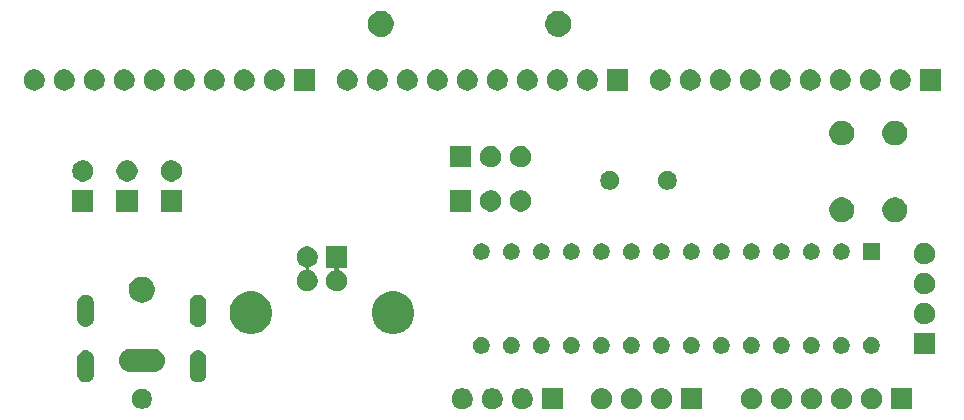
<source format=gbr>
G04 #@! TF.GenerationSoftware,KiCad,Pcbnew,(5.1.5)-3*
G04 #@! TF.CreationDate,2020-01-27T17:01:51-05:00*
G04 #@! TF.ProjectId,IW_board_V1,49575f62-6f61-4726-945f-56312e6b6963,rev?*
G04 #@! TF.SameCoordinates,Original*
G04 #@! TF.FileFunction,Soldermask,Bot*
G04 #@! TF.FilePolarity,Negative*
%FSLAX46Y46*%
G04 Gerber Fmt 4.6, Leading zero omitted, Abs format (unit mm)*
G04 Created by KiCad (PCBNEW (5.1.5)-3) date 2020-01-27 17:01:51*
%MOMM*%
%LPD*%
G04 APERTURE LIST*
%ADD10C,0.100000*%
G04 APERTURE END LIST*
D10*
G36*
X148981000Y-76401000D02*
G01*
X147179000Y-76401000D01*
X147179000Y-74599000D01*
X148981000Y-74599000D01*
X148981000Y-76401000D01*
G37*
G36*
X145653512Y-74603927D02*
G01*
X145802812Y-74633624D01*
X145966784Y-74701544D01*
X146114354Y-74800147D01*
X146239853Y-74925646D01*
X146338456Y-75073216D01*
X146406376Y-75237188D01*
X146441000Y-75411259D01*
X146441000Y-75588741D01*
X146406376Y-75762812D01*
X146338456Y-75926784D01*
X146239853Y-76074354D01*
X146114354Y-76199853D01*
X145966784Y-76298456D01*
X145802812Y-76366376D01*
X145653512Y-76396073D01*
X145628742Y-76401000D01*
X145451258Y-76401000D01*
X145426488Y-76396073D01*
X145277188Y-76366376D01*
X145113216Y-76298456D01*
X144965646Y-76199853D01*
X144840147Y-76074354D01*
X144741544Y-75926784D01*
X144673624Y-75762812D01*
X144639000Y-75588741D01*
X144639000Y-75411259D01*
X144673624Y-75237188D01*
X144741544Y-75073216D01*
X144840147Y-74925646D01*
X144965646Y-74800147D01*
X145113216Y-74701544D01*
X145277188Y-74633624D01*
X145426488Y-74603927D01*
X145451258Y-74599000D01*
X145628742Y-74599000D01*
X145653512Y-74603927D01*
G37*
G36*
X135493512Y-74603927D02*
G01*
X135642812Y-74633624D01*
X135806784Y-74701544D01*
X135954354Y-74800147D01*
X136079853Y-74925646D01*
X136178456Y-75073216D01*
X136246376Y-75237188D01*
X136281000Y-75411259D01*
X136281000Y-75588741D01*
X136246376Y-75762812D01*
X136178456Y-75926784D01*
X136079853Y-76074354D01*
X135954354Y-76199853D01*
X135806784Y-76298456D01*
X135642812Y-76366376D01*
X135493512Y-76396073D01*
X135468742Y-76401000D01*
X135291258Y-76401000D01*
X135266488Y-76396073D01*
X135117188Y-76366376D01*
X134953216Y-76298456D01*
X134805646Y-76199853D01*
X134680147Y-76074354D01*
X134581544Y-75926784D01*
X134513624Y-75762812D01*
X134479000Y-75588741D01*
X134479000Y-75411259D01*
X134513624Y-75237188D01*
X134581544Y-75073216D01*
X134680147Y-74925646D01*
X134805646Y-74800147D01*
X134953216Y-74701544D01*
X135117188Y-74633624D01*
X135266488Y-74603927D01*
X135291258Y-74599000D01*
X135468742Y-74599000D01*
X135493512Y-74603927D01*
G37*
G36*
X138033512Y-74603927D02*
G01*
X138182812Y-74633624D01*
X138346784Y-74701544D01*
X138494354Y-74800147D01*
X138619853Y-74925646D01*
X138718456Y-75073216D01*
X138786376Y-75237188D01*
X138821000Y-75411259D01*
X138821000Y-75588741D01*
X138786376Y-75762812D01*
X138718456Y-75926784D01*
X138619853Y-76074354D01*
X138494354Y-76199853D01*
X138346784Y-76298456D01*
X138182812Y-76366376D01*
X138033512Y-76396073D01*
X138008742Y-76401000D01*
X137831258Y-76401000D01*
X137806488Y-76396073D01*
X137657188Y-76366376D01*
X137493216Y-76298456D01*
X137345646Y-76199853D01*
X137220147Y-76074354D01*
X137121544Y-75926784D01*
X137053624Y-75762812D01*
X137019000Y-75588741D01*
X137019000Y-75411259D01*
X137053624Y-75237188D01*
X137121544Y-75073216D01*
X137220147Y-74925646D01*
X137345646Y-74800147D01*
X137493216Y-74701544D01*
X137657188Y-74633624D01*
X137806488Y-74603927D01*
X137831258Y-74599000D01*
X138008742Y-74599000D01*
X138033512Y-74603927D01*
G37*
G36*
X140573512Y-74603927D02*
G01*
X140722812Y-74633624D01*
X140886784Y-74701544D01*
X141034354Y-74800147D01*
X141159853Y-74925646D01*
X141258456Y-75073216D01*
X141326376Y-75237188D01*
X141361000Y-75411259D01*
X141361000Y-75588741D01*
X141326376Y-75762812D01*
X141258456Y-75926784D01*
X141159853Y-76074354D01*
X141034354Y-76199853D01*
X140886784Y-76298456D01*
X140722812Y-76366376D01*
X140573512Y-76396073D01*
X140548742Y-76401000D01*
X140371258Y-76401000D01*
X140346488Y-76396073D01*
X140197188Y-76366376D01*
X140033216Y-76298456D01*
X139885646Y-76199853D01*
X139760147Y-76074354D01*
X139661544Y-75926784D01*
X139593624Y-75762812D01*
X139559000Y-75588741D01*
X139559000Y-75411259D01*
X139593624Y-75237188D01*
X139661544Y-75073216D01*
X139760147Y-74925646D01*
X139885646Y-74800147D01*
X140033216Y-74701544D01*
X140197188Y-74633624D01*
X140346488Y-74603927D01*
X140371258Y-74599000D01*
X140548742Y-74599000D01*
X140573512Y-74603927D01*
G37*
G36*
X143113512Y-74603927D02*
G01*
X143262812Y-74633624D01*
X143426784Y-74701544D01*
X143574354Y-74800147D01*
X143699853Y-74925646D01*
X143798456Y-75073216D01*
X143866376Y-75237188D01*
X143901000Y-75411259D01*
X143901000Y-75588741D01*
X143866376Y-75762812D01*
X143798456Y-75926784D01*
X143699853Y-76074354D01*
X143574354Y-76199853D01*
X143426784Y-76298456D01*
X143262812Y-76366376D01*
X143113512Y-76396073D01*
X143088742Y-76401000D01*
X142911258Y-76401000D01*
X142886488Y-76396073D01*
X142737188Y-76366376D01*
X142573216Y-76298456D01*
X142425646Y-76199853D01*
X142300147Y-76074354D01*
X142201544Y-75926784D01*
X142133624Y-75762812D01*
X142099000Y-75588741D01*
X142099000Y-75411259D01*
X142133624Y-75237188D01*
X142201544Y-75073216D01*
X142300147Y-74925646D01*
X142425646Y-74800147D01*
X142573216Y-74701544D01*
X142737188Y-74633624D01*
X142886488Y-74603927D01*
X142911258Y-74599000D01*
X143088742Y-74599000D01*
X143113512Y-74603927D01*
G37*
G36*
X119401000Y-76401000D02*
G01*
X117599000Y-76401000D01*
X117599000Y-74599000D01*
X119401000Y-74599000D01*
X119401000Y-76401000D01*
G37*
G36*
X116073512Y-74603927D02*
G01*
X116222812Y-74633624D01*
X116386784Y-74701544D01*
X116534354Y-74800147D01*
X116659853Y-74925646D01*
X116758456Y-75073216D01*
X116826376Y-75237188D01*
X116861000Y-75411259D01*
X116861000Y-75588741D01*
X116826376Y-75762812D01*
X116758456Y-75926784D01*
X116659853Y-76074354D01*
X116534354Y-76199853D01*
X116386784Y-76298456D01*
X116222812Y-76366376D01*
X116073512Y-76396073D01*
X116048742Y-76401000D01*
X115871258Y-76401000D01*
X115846488Y-76396073D01*
X115697188Y-76366376D01*
X115533216Y-76298456D01*
X115385646Y-76199853D01*
X115260147Y-76074354D01*
X115161544Y-75926784D01*
X115093624Y-75762812D01*
X115059000Y-75588741D01*
X115059000Y-75411259D01*
X115093624Y-75237188D01*
X115161544Y-75073216D01*
X115260147Y-74925646D01*
X115385646Y-74800147D01*
X115533216Y-74701544D01*
X115697188Y-74633624D01*
X115846488Y-74603927D01*
X115871258Y-74599000D01*
X116048742Y-74599000D01*
X116073512Y-74603927D01*
G37*
G36*
X110993512Y-74603927D02*
G01*
X111142812Y-74633624D01*
X111306784Y-74701544D01*
X111454354Y-74800147D01*
X111579853Y-74925646D01*
X111678456Y-75073216D01*
X111746376Y-75237188D01*
X111781000Y-75411259D01*
X111781000Y-75588741D01*
X111746376Y-75762812D01*
X111678456Y-75926784D01*
X111579853Y-76074354D01*
X111454354Y-76199853D01*
X111306784Y-76298456D01*
X111142812Y-76366376D01*
X110993512Y-76396073D01*
X110968742Y-76401000D01*
X110791258Y-76401000D01*
X110766488Y-76396073D01*
X110617188Y-76366376D01*
X110453216Y-76298456D01*
X110305646Y-76199853D01*
X110180147Y-76074354D01*
X110081544Y-75926784D01*
X110013624Y-75762812D01*
X109979000Y-75588741D01*
X109979000Y-75411259D01*
X110013624Y-75237188D01*
X110081544Y-75073216D01*
X110180147Y-74925646D01*
X110305646Y-74800147D01*
X110453216Y-74701544D01*
X110617188Y-74633624D01*
X110766488Y-74603927D01*
X110791258Y-74599000D01*
X110968742Y-74599000D01*
X110993512Y-74603927D01*
G37*
G36*
X131191000Y-76401000D02*
G01*
X129389000Y-76401000D01*
X129389000Y-74599000D01*
X131191000Y-74599000D01*
X131191000Y-76401000D01*
G37*
G36*
X127863512Y-74603927D02*
G01*
X128012812Y-74633624D01*
X128176784Y-74701544D01*
X128324354Y-74800147D01*
X128449853Y-74925646D01*
X128548456Y-75073216D01*
X128616376Y-75237188D01*
X128651000Y-75411259D01*
X128651000Y-75588741D01*
X128616376Y-75762812D01*
X128548456Y-75926784D01*
X128449853Y-76074354D01*
X128324354Y-76199853D01*
X128176784Y-76298456D01*
X128012812Y-76366376D01*
X127863512Y-76396073D01*
X127838742Y-76401000D01*
X127661258Y-76401000D01*
X127636488Y-76396073D01*
X127487188Y-76366376D01*
X127323216Y-76298456D01*
X127175646Y-76199853D01*
X127050147Y-76074354D01*
X126951544Y-75926784D01*
X126883624Y-75762812D01*
X126849000Y-75588741D01*
X126849000Y-75411259D01*
X126883624Y-75237188D01*
X126951544Y-75073216D01*
X127050147Y-74925646D01*
X127175646Y-74800147D01*
X127323216Y-74701544D01*
X127487188Y-74633624D01*
X127636488Y-74603927D01*
X127661258Y-74599000D01*
X127838742Y-74599000D01*
X127863512Y-74603927D01*
G37*
G36*
X125323512Y-74603927D02*
G01*
X125472812Y-74633624D01*
X125636784Y-74701544D01*
X125784354Y-74800147D01*
X125909853Y-74925646D01*
X126008456Y-75073216D01*
X126076376Y-75237188D01*
X126111000Y-75411259D01*
X126111000Y-75588741D01*
X126076376Y-75762812D01*
X126008456Y-75926784D01*
X125909853Y-76074354D01*
X125784354Y-76199853D01*
X125636784Y-76298456D01*
X125472812Y-76366376D01*
X125323512Y-76396073D01*
X125298742Y-76401000D01*
X125121258Y-76401000D01*
X125096488Y-76396073D01*
X124947188Y-76366376D01*
X124783216Y-76298456D01*
X124635646Y-76199853D01*
X124510147Y-76074354D01*
X124411544Y-75926784D01*
X124343624Y-75762812D01*
X124309000Y-75588741D01*
X124309000Y-75411259D01*
X124343624Y-75237188D01*
X124411544Y-75073216D01*
X124510147Y-74925646D01*
X124635646Y-74800147D01*
X124783216Y-74701544D01*
X124947188Y-74633624D01*
X125096488Y-74603927D01*
X125121258Y-74599000D01*
X125298742Y-74599000D01*
X125323512Y-74603927D01*
G37*
G36*
X122783512Y-74603927D02*
G01*
X122932812Y-74633624D01*
X123096784Y-74701544D01*
X123244354Y-74800147D01*
X123369853Y-74925646D01*
X123468456Y-75073216D01*
X123536376Y-75237188D01*
X123571000Y-75411259D01*
X123571000Y-75588741D01*
X123536376Y-75762812D01*
X123468456Y-75926784D01*
X123369853Y-76074354D01*
X123244354Y-76199853D01*
X123096784Y-76298456D01*
X122932812Y-76366376D01*
X122783512Y-76396073D01*
X122758742Y-76401000D01*
X122581258Y-76401000D01*
X122556488Y-76396073D01*
X122407188Y-76366376D01*
X122243216Y-76298456D01*
X122095646Y-76199853D01*
X121970147Y-76074354D01*
X121871544Y-75926784D01*
X121803624Y-75762812D01*
X121769000Y-75588741D01*
X121769000Y-75411259D01*
X121803624Y-75237188D01*
X121871544Y-75073216D01*
X121970147Y-74925646D01*
X122095646Y-74800147D01*
X122243216Y-74701544D01*
X122407188Y-74633624D01*
X122556488Y-74603927D01*
X122581258Y-74599000D01*
X122758742Y-74599000D01*
X122783512Y-74603927D01*
G37*
G36*
X113533512Y-74603927D02*
G01*
X113682812Y-74633624D01*
X113846784Y-74701544D01*
X113994354Y-74800147D01*
X114119853Y-74925646D01*
X114218456Y-75073216D01*
X114286376Y-75237188D01*
X114321000Y-75411259D01*
X114321000Y-75588741D01*
X114286376Y-75762812D01*
X114218456Y-75926784D01*
X114119853Y-76074354D01*
X113994354Y-76199853D01*
X113846784Y-76298456D01*
X113682812Y-76366376D01*
X113533512Y-76396073D01*
X113508742Y-76401000D01*
X113331258Y-76401000D01*
X113306488Y-76396073D01*
X113157188Y-76366376D01*
X112993216Y-76298456D01*
X112845646Y-76199853D01*
X112720147Y-76074354D01*
X112621544Y-75926784D01*
X112553624Y-75762812D01*
X112519000Y-75588741D01*
X112519000Y-75411259D01*
X112553624Y-75237188D01*
X112621544Y-75073216D01*
X112720147Y-74925646D01*
X112845646Y-74800147D01*
X112993216Y-74701544D01*
X113157188Y-74633624D01*
X113306488Y-74603927D01*
X113331258Y-74599000D01*
X113508742Y-74599000D01*
X113533512Y-74603927D01*
G37*
G36*
X83998228Y-74681703D02*
G01*
X84153100Y-74745853D01*
X84292481Y-74838985D01*
X84411015Y-74957519D01*
X84504147Y-75096900D01*
X84568297Y-75251772D01*
X84601000Y-75416184D01*
X84601000Y-75583816D01*
X84568297Y-75748228D01*
X84504147Y-75903100D01*
X84411015Y-76042481D01*
X84292481Y-76161015D01*
X84153100Y-76254147D01*
X83998228Y-76318297D01*
X83833816Y-76351000D01*
X83666184Y-76351000D01*
X83501772Y-76318297D01*
X83346900Y-76254147D01*
X83207519Y-76161015D01*
X83088985Y-76042481D01*
X82995853Y-75903100D01*
X82931703Y-75748228D01*
X82899000Y-75583816D01*
X82899000Y-75416184D01*
X82931703Y-75251772D01*
X82995853Y-75096900D01*
X83088985Y-74957519D01*
X83207519Y-74838985D01*
X83346900Y-74745853D01*
X83501772Y-74681703D01*
X83666184Y-74649000D01*
X83833816Y-74649000D01*
X83998228Y-74681703D01*
G37*
G36*
X79138204Y-71401200D02*
G01*
X79271096Y-71441513D01*
X79393570Y-71506977D01*
X79500923Y-71595078D01*
X79589023Y-71702429D01*
X79654487Y-71824903D01*
X79694800Y-71957795D01*
X79705000Y-72061364D01*
X79705000Y-73438636D01*
X79694800Y-73542205D01*
X79654487Y-73675097D01*
X79589023Y-73797571D01*
X79500923Y-73904923D01*
X79393571Y-73993023D01*
X79271097Y-74058487D01*
X79138205Y-74098800D01*
X79000000Y-74112411D01*
X78861796Y-74098800D01*
X78728904Y-74058487D01*
X78606430Y-73993023D01*
X78499078Y-73904923D01*
X78410978Y-73797571D01*
X78345514Y-73675097D01*
X78305201Y-73542205D01*
X78295001Y-73438636D01*
X78295000Y-72061365D01*
X78305200Y-71957796D01*
X78345513Y-71824904D01*
X78410977Y-71702430D01*
X78499078Y-71595077D01*
X78606429Y-71506977D01*
X78728903Y-71441513D01*
X78861795Y-71401200D01*
X79000000Y-71387589D01*
X79138204Y-71401200D01*
G37*
G36*
X88638204Y-71401200D02*
G01*
X88771096Y-71441513D01*
X88893570Y-71506977D01*
X89000923Y-71595078D01*
X89089023Y-71702429D01*
X89154487Y-71824903D01*
X89194800Y-71957795D01*
X89205000Y-72061364D01*
X89205000Y-73438636D01*
X89194800Y-73542205D01*
X89154487Y-73675097D01*
X89089023Y-73797571D01*
X89000923Y-73904923D01*
X88893571Y-73993023D01*
X88771097Y-74058487D01*
X88638205Y-74098800D01*
X88500000Y-74112411D01*
X88361796Y-74098800D01*
X88228904Y-74058487D01*
X88106430Y-73993023D01*
X87999078Y-73904923D01*
X87910978Y-73797571D01*
X87845514Y-73675097D01*
X87805201Y-73542205D01*
X87795001Y-73438636D01*
X87795000Y-72061365D01*
X87805200Y-71957796D01*
X87845513Y-71824904D01*
X87910977Y-71702430D01*
X87999078Y-71595077D01*
X88106429Y-71506977D01*
X88228903Y-71441513D01*
X88361795Y-71401200D01*
X88500000Y-71387589D01*
X88638204Y-71401200D01*
G37*
G36*
X84896228Y-71263483D02*
G01*
X85084922Y-71320723D01*
X85258815Y-71413671D01*
X85411239Y-71538761D01*
X85536329Y-71691185D01*
X85629277Y-71865078D01*
X85686517Y-72053772D01*
X85705843Y-72250000D01*
X85686517Y-72446228D01*
X85629277Y-72634922D01*
X85536329Y-72808815D01*
X85411239Y-72961239D01*
X85258815Y-73086329D01*
X85084922Y-73179277D01*
X84896228Y-73236517D01*
X84749175Y-73251000D01*
X82750825Y-73251000D01*
X82603772Y-73236517D01*
X82415078Y-73179277D01*
X82241185Y-73086329D01*
X82088761Y-72961239D01*
X81963671Y-72808815D01*
X81870723Y-72634922D01*
X81813483Y-72446228D01*
X81794157Y-72250000D01*
X81813483Y-72053772D01*
X81870723Y-71865078D01*
X81963671Y-71691185D01*
X82088761Y-71538761D01*
X82241185Y-71413671D01*
X82415078Y-71320723D01*
X82603772Y-71263483D01*
X82750825Y-71249000D01*
X84749175Y-71249000D01*
X84896228Y-71263483D01*
G37*
G36*
X150901000Y-71731000D02*
G01*
X149099000Y-71731000D01*
X149099000Y-69929000D01*
X150901000Y-69929000D01*
X150901000Y-71731000D01*
G37*
G36*
X130474182Y-70295900D02*
G01*
X130601573Y-70348667D01*
X130601574Y-70348668D01*
X130716224Y-70425274D01*
X130813726Y-70522776D01*
X130813727Y-70522778D01*
X130890333Y-70637427D01*
X130943100Y-70764818D01*
X130970000Y-70900055D01*
X130970000Y-71037945D01*
X130943100Y-71173182D01*
X130890333Y-71300573D01*
X130890332Y-71300574D01*
X130813726Y-71415224D01*
X130716224Y-71512726D01*
X130677258Y-71538762D01*
X130601573Y-71589333D01*
X130474182Y-71642100D01*
X130338945Y-71669000D01*
X130201055Y-71669000D01*
X130065818Y-71642100D01*
X129938427Y-71589333D01*
X129862742Y-71538762D01*
X129823776Y-71512726D01*
X129726274Y-71415224D01*
X129649668Y-71300574D01*
X129649667Y-71300573D01*
X129596900Y-71173182D01*
X129570000Y-71037945D01*
X129570000Y-70900055D01*
X129596900Y-70764818D01*
X129649667Y-70637427D01*
X129726273Y-70522778D01*
X129726274Y-70522776D01*
X129823776Y-70425274D01*
X129938426Y-70348668D01*
X129938427Y-70348667D01*
X130065818Y-70295900D01*
X130201055Y-70269000D01*
X130338945Y-70269000D01*
X130474182Y-70295900D01*
G37*
G36*
X112694182Y-70295900D02*
G01*
X112821573Y-70348667D01*
X112821574Y-70348668D01*
X112936224Y-70425274D01*
X113033726Y-70522776D01*
X113033727Y-70522778D01*
X113110333Y-70637427D01*
X113163100Y-70764818D01*
X113190000Y-70900055D01*
X113190000Y-71037945D01*
X113163100Y-71173182D01*
X113110333Y-71300573D01*
X113110332Y-71300574D01*
X113033726Y-71415224D01*
X112936224Y-71512726D01*
X112897258Y-71538762D01*
X112821573Y-71589333D01*
X112694182Y-71642100D01*
X112558945Y-71669000D01*
X112421055Y-71669000D01*
X112285818Y-71642100D01*
X112158427Y-71589333D01*
X112082742Y-71538762D01*
X112043776Y-71512726D01*
X111946274Y-71415224D01*
X111869668Y-71300574D01*
X111869667Y-71300573D01*
X111816900Y-71173182D01*
X111790000Y-71037945D01*
X111790000Y-70900055D01*
X111816900Y-70764818D01*
X111869667Y-70637427D01*
X111946273Y-70522778D01*
X111946274Y-70522776D01*
X112043776Y-70425274D01*
X112158426Y-70348668D01*
X112158427Y-70348667D01*
X112285818Y-70295900D01*
X112421055Y-70269000D01*
X112558945Y-70269000D01*
X112694182Y-70295900D01*
G37*
G36*
X115234182Y-70295900D02*
G01*
X115361573Y-70348667D01*
X115361574Y-70348668D01*
X115476224Y-70425274D01*
X115573726Y-70522776D01*
X115573727Y-70522778D01*
X115650333Y-70637427D01*
X115703100Y-70764818D01*
X115730000Y-70900055D01*
X115730000Y-71037945D01*
X115703100Y-71173182D01*
X115650333Y-71300573D01*
X115650332Y-71300574D01*
X115573726Y-71415224D01*
X115476224Y-71512726D01*
X115437258Y-71538762D01*
X115361573Y-71589333D01*
X115234182Y-71642100D01*
X115098945Y-71669000D01*
X114961055Y-71669000D01*
X114825818Y-71642100D01*
X114698427Y-71589333D01*
X114622742Y-71538762D01*
X114583776Y-71512726D01*
X114486274Y-71415224D01*
X114409668Y-71300574D01*
X114409667Y-71300573D01*
X114356900Y-71173182D01*
X114330000Y-71037945D01*
X114330000Y-70900055D01*
X114356900Y-70764818D01*
X114409667Y-70637427D01*
X114486273Y-70522778D01*
X114486274Y-70522776D01*
X114583776Y-70425274D01*
X114698426Y-70348668D01*
X114698427Y-70348667D01*
X114825818Y-70295900D01*
X114961055Y-70269000D01*
X115098945Y-70269000D01*
X115234182Y-70295900D01*
G37*
G36*
X117774182Y-70295900D02*
G01*
X117901573Y-70348667D01*
X117901574Y-70348668D01*
X118016224Y-70425274D01*
X118113726Y-70522776D01*
X118113727Y-70522778D01*
X118190333Y-70637427D01*
X118243100Y-70764818D01*
X118270000Y-70900055D01*
X118270000Y-71037945D01*
X118243100Y-71173182D01*
X118190333Y-71300573D01*
X118190332Y-71300574D01*
X118113726Y-71415224D01*
X118016224Y-71512726D01*
X117977258Y-71538762D01*
X117901573Y-71589333D01*
X117774182Y-71642100D01*
X117638945Y-71669000D01*
X117501055Y-71669000D01*
X117365818Y-71642100D01*
X117238427Y-71589333D01*
X117162742Y-71538762D01*
X117123776Y-71512726D01*
X117026274Y-71415224D01*
X116949668Y-71300574D01*
X116949667Y-71300573D01*
X116896900Y-71173182D01*
X116870000Y-71037945D01*
X116870000Y-70900055D01*
X116896900Y-70764818D01*
X116949667Y-70637427D01*
X117026273Y-70522778D01*
X117026274Y-70522776D01*
X117123776Y-70425274D01*
X117238426Y-70348668D01*
X117238427Y-70348667D01*
X117365818Y-70295900D01*
X117501055Y-70269000D01*
X117638945Y-70269000D01*
X117774182Y-70295900D01*
G37*
G36*
X120314182Y-70295900D02*
G01*
X120441573Y-70348667D01*
X120441574Y-70348668D01*
X120556224Y-70425274D01*
X120653726Y-70522776D01*
X120653727Y-70522778D01*
X120730333Y-70637427D01*
X120783100Y-70764818D01*
X120810000Y-70900055D01*
X120810000Y-71037945D01*
X120783100Y-71173182D01*
X120730333Y-71300573D01*
X120730332Y-71300574D01*
X120653726Y-71415224D01*
X120556224Y-71512726D01*
X120517258Y-71538762D01*
X120441573Y-71589333D01*
X120314182Y-71642100D01*
X120178945Y-71669000D01*
X120041055Y-71669000D01*
X119905818Y-71642100D01*
X119778427Y-71589333D01*
X119702742Y-71538762D01*
X119663776Y-71512726D01*
X119566274Y-71415224D01*
X119489668Y-71300574D01*
X119489667Y-71300573D01*
X119436900Y-71173182D01*
X119410000Y-71037945D01*
X119410000Y-70900055D01*
X119436900Y-70764818D01*
X119489667Y-70637427D01*
X119566273Y-70522778D01*
X119566274Y-70522776D01*
X119663776Y-70425274D01*
X119778426Y-70348668D01*
X119778427Y-70348667D01*
X119905818Y-70295900D01*
X120041055Y-70269000D01*
X120178945Y-70269000D01*
X120314182Y-70295900D01*
G37*
G36*
X122854182Y-70295900D02*
G01*
X122981573Y-70348667D01*
X122981574Y-70348668D01*
X123096224Y-70425274D01*
X123193726Y-70522776D01*
X123193727Y-70522778D01*
X123270333Y-70637427D01*
X123323100Y-70764818D01*
X123350000Y-70900055D01*
X123350000Y-71037945D01*
X123323100Y-71173182D01*
X123270333Y-71300573D01*
X123270332Y-71300574D01*
X123193726Y-71415224D01*
X123096224Y-71512726D01*
X123057258Y-71538762D01*
X122981573Y-71589333D01*
X122854182Y-71642100D01*
X122718945Y-71669000D01*
X122581055Y-71669000D01*
X122445818Y-71642100D01*
X122318427Y-71589333D01*
X122242742Y-71538762D01*
X122203776Y-71512726D01*
X122106274Y-71415224D01*
X122029668Y-71300574D01*
X122029667Y-71300573D01*
X121976900Y-71173182D01*
X121950000Y-71037945D01*
X121950000Y-70900055D01*
X121976900Y-70764818D01*
X122029667Y-70637427D01*
X122106273Y-70522778D01*
X122106274Y-70522776D01*
X122203776Y-70425274D01*
X122318426Y-70348668D01*
X122318427Y-70348667D01*
X122445818Y-70295900D01*
X122581055Y-70269000D01*
X122718945Y-70269000D01*
X122854182Y-70295900D01*
G37*
G36*
X125394182Y-70295900D02*
G01*
X125521573Y-70348667D01*
X125521574Y-70348668D01*
X125636224Y-70425274D01*
X125733726Y-70522776D01*
X125733727Y-70522778D01*
X125810333Y-70637427D01*
X125863100Y-70764818D01*
X125890000Y-70900055D01*
X125890000Y-71037945D01*
X125863100Y-71173182D01*
X125810333Y-71300573D01*
X125810332Y-71300574D01*
X125733726Y-71415224D01*
X125636224Y-71512726D01*
X125597258Y-71538762D01*
X125521573Y-71589333D01*
X125394182Y-71642100D01*
X125258945Y-71669000D01*
X125121055Y-71669000D01*
X124985818Y-71642100D01*
X124858427Y-71589333D01*
X124782742Y-71538762D01*
X124743776Y-71512726D01*
X124646274Y-71415224D01*
X124569668Y-71300574D01*
X124569667Y-71300573D01*
X124516900Y-71173182D01*
X124490000Y-71037945D01*
X124490000Y-70900055D01*
X124516900Y-70764818D01*
X124569667Y-70637427D01*
X124646273Y-70522778D01*
X124646274Y-70522776D01*
X124743776Y-70425274D01*
X124858426Y-70348668D01*
X124858427Y-70348667D01*
X124985818Y-70295900D01*
X125121055Y-70269000D01*
X125258945Y-70269000D01*
X125394182Y-70295900D01*
G37*
G36*
X127934182Y-70295900D02*
G01*
X128061573Y-70348667D01*
X128061574Y-70348668D01*
X128176224Y-70425274D01*
X128273726Y-70522776D01*
X128273727Y-70522778D01*
X128350333Y-70637427D01*
X128403100Y-70764818D01*
X128430000Y-70900055D01*
X128430000Y-71037945D01*
X128403100Y-71173182D01*
X128350333Y-71300573D01*
X128350332Y-71300574D01*
X128273726Y-71415224D01*
X128176224Y-71512726D01*
X128137258Y-71538762D01*
X128061573Y-71589333D01*
X127934182Y-71642100D01*
X127798945Y-71669000D01*
X127661055Y-71669000D01*
X127525818Y-71642100D01*
X127398427Y-71589333D01*
X127322742Y-71538762D01*
X127283776Y-71512726D01*
X127186274Y-71415224D01*
X127109668Y-71300574D01*
X127109667Y-71300573D01*
X127056900Y-71173182D01*
X127030000Y-71037945D01*
X127030000Y-70900055D01*
X127056900Y-70764818D01*
X127109667Y-70637427D01*
X127186273Y-70522778D01*
X127186274Y-70522776D01*
X127283776Y-70425274D01*
X127398426Y-70348668D01*
X127398427Y-70348667D01*
X127525818Y-70295900D01*
X127661055Y-70269000D01*
X127798945Y-70269000D01*
X127934182Y-70295900D01*
G37*
G36*
X135554182Y-70295900D02*
G01*
X135681573Y-70348667D01*
X135681574Y-70348668D01*
X135796224Y-70425274D01*
X135893726Y-70522776D01*
X135893727Y-70522778D01*
X135970333Y-70637427D01*
X136023100Y-70764818D01*
X136050000Y-70900055D01*
X136050000Y-71037945D01*
X136023100Y-71173182D01*
X135970333Y-71300573D01*
X135970332Y-71300574D01*
X135893726Y-71415224D01*
X135796224Y-71512726D01*
X135757258Y-71538762D01*
X135681573Y-71589333D01*
X135554182Y-71642100D01*
X135418945Y-71669000D01*
X135281055Y-71669000D01*
X135145818Y-71642100D01*
X135018427Y-71589333D01*
X134942742Y-71538762D01*
X134903776Y-71512726D01*
X134806274Y-71415224D01*
X134729668Y-71300574D01*
X134729667Y-71300573D01*
X134676900Y-71173182D01*
X134650000Y-71037945D01*
X134650000Y-70900055D01*
X134676900Y-70764818D01*
X134729667Y-70637427D01*
X134806273Y-70522778D01*
X134806274Y-70522776D01*
X134903776Y-70425274D01*
X135018426Y-70348668D01*
X135018427Y-70348667D01*
X135145818Y-70295900D01*
X135281055Y-70269000D01*
X135418945Y-70269000D01*
X135554182Y-70295900D01*
G37*
G36*
X145714182Y-70295900D02*
G01*
X145841573Y-70348667D01*
X145841574Y-70348668D01*
X145956224Y-70425274D01*
X146053726Y-70522776D01*
X146053727Y-70522778D01*
X146130333Y-70637427D01*
X146183100Y-70764818D01*
X146210000Y-70900055D01*
X146210000Y-71037945D01*
X146183100Y-71173182D01*
X146130333Y-71300573D01*
X146130332Y-71300574D01*
X146053726Y-71415224D01*
X145956224Y-71512726D01*
X145917258Y-71538762D01*
X145841573Y-71589333D01*
X145714182Y-71642100D01*
X145578945Y-71669000D01*
X145441055Y-71669000D01*
X145305818Y-71642100D01*
X145178427Y-71589333D01*
X145102742Y-71538762D01*
X145063776Y-71512726D01*
X144966274Y-71415224D01*
X144889668Y-71300574D01*
X144889667Y-71300573D01*
X144836900Y-71173182D01*
X144810000Y-71037945D01*
X144810000Y-70900055D01*
X144836900Y-70764818D01*
X144889667Y-70637427D01*
X144966273Y-70522778D01*
X144966274Y-70522776D01*
X145063776Y-70425274D01*
X145178426Y-70348668D01*
X145178427Y-70348667D01*
X145305818Y-70295900D01*
X145441055Y-70269000D01*
X145578945Y-70269000D01*
X145714182Y-70295900D01*
G37*
G36*
X143174182Y-70295900D02*
G01*
X143301573Y-70348667D01*
X143301574Y-70348668D01*
X143416224Y-70425274D01*
X143513726Y-70522776D01*
X143513727Y-70522778D01*
X143590333Y-70637427D01*
X143643100Y-70764818D01*
X143670000Y-70900055D01*
X143670000Y-71037945D01*
X143643100Y-71173182D01*
X143590333Y-71300573D01*
X143590332Y-71300574D01*
X143513726Y-71415224D01*
X143416224Y-71512726D01*
X143377258Y-71538762D01*
X143301573Y-71589333D01*
X143174182Y-71642100D01*
X143038945Y-71669000D01*
X142901055Y-71669000D01*
X142765818Y-71642100D01*
X142638427Y-71589333D01*
X142562742Y-71538762D01*
X142523776Y-71512726D01*
X142426274Y-71415224D01*
X142349668Y-71300574D01*
X142349667Y-71300573D01*
X142296900Y-71173182D01*
X142270000Y-71037945D01*
X142270000Y-70900055D01*
X142296900Y-70764818D01*
X142349667Y-70637427D01*
X142426273Y-70522778D01*
X142426274Y-70522776D01*
X142523776Y-70425274D01*
X142638426Y-70348668D01*
X142638427Y-70348667D01*
X142765818Y-70295900D01*
X142901055Y-70269000D01*
X143038945Y-70269000D01*
X143174182Y-70295900D01*
G37*
G36*
X140634182Y-70295900D02*
G01*
X140761573Y-70348667D01*
X140761574Y-70348668D01*
X140876224Y-70425274D01*
X140973726Y-70522776D01*
X140973727Y-70522778D01*
X141050333Y-70637427D01*
X141103100Y-70764818D01*
X141130000Y-70900055D01*
X141130000Y-71037945D01*
X141103100Y-71173182D01*
X141050333Y-71300573D01*
X141050332Y-71300574D01*
X140973726Y-71415224D01*
X140876224Y-71512726D01*
X140837258Y-71538762D01*
X140761573Y-71589333D01*
X140634182Y-71642100D01*
X140498945Y-71669000D01*
X140361055Y-71669000D01*
X140225818Y-71642100D01*
X140098427Y-71589333D01*
X140022742Y-71538762D01*
X139983776Y-71512726D01*
X139886274Y-71415224D01*
X139809668Y-71300574D01*
X139809667Y-71300573D01*
X139756900Y-71173182D01*
X139730000Y-71037945D01*
X139730000Y-70900055D01*
X139756900Y-70764818D01*
X139809667Y-70637427D01*
X139886273Y-70522778D01*
X139886274Y-70522776D01*
X139983776Y-70425274D01*
X140098426Y-70348668D01*
X140098427Y-70348667D01*
X140225818Y-70295900D01*
X140361055Y-70269000D01*
X140498945Y-70269000D01*
X140634182Y-70295900D01*
G37*
G36*
X138094182Y-70295900D02*
G01*
X138221573Y-70348667D01*
X138221574Y-70348668D01*
X138336224Y-70425274D01*
X138433726Y-70522776D01*
X138433727Y-70522778D01*
X138510333Y-70637427D01*
X138563100Y-70764818D01*
X138590000Y-70900055D01*
X138590000Y-71037945D01*
X138563100Y-71173182D01*
X138510333Y-71300573D01*
X138510332Y-71300574D01*
X138433726Y-71415224D01*
X138336224Y-71512726D01*
X138297258Y-71538762D01*
X138221573Y-71589333D01*
X138094182Y-71642100D01*
X137958945Y-71669000D01*
X137821055Y-71669000D01*
X137685818Y-71642100D01*
X137558427Y-71589333D01*
X137482742Y-71538762D01*
X137443776Y-71512726D01*
X137346274Y-71415224D01*
X137269668Y-71300574D01*
X137269667Y-71300573D01*
X137216900Y-71173182D01*
X137190000Y-71037945D01*
X137190000Y-70900055D01*
X137216900Y-70764818D01*
X137269667Y-70637427D01*
X137346273Y-70522778D01*
X137346274Y-70522776D01*
X137443776Y-70425274D01*
X137558426Y-70348668D01*
X137558427Y-70348667D01*
X137685818Y-70295900D01*
X137821055Y-70269000D01*
X137958945Y-70269000D01*
X138094182Y-70295900D01*
G37*
G36*
X133014182Y-70295900D02*
G01*
X133141573Y-70348667D01*
X133141574Y-70348668D01*
X133256224Y-70425274D01*
X133353726Y-70522776D01*
X133353727Y-70522778D01*
X133430333Y-70637427D01*
X133483100Y-70764818D01*
X133510000Y-70900055D01*
X133510000Y-71037945D01*
X133483100Y-71173182D01*
X133430333Y-71300573D01*
X133430332Y-71300574D01*
X133353726Y-71415224D01*
X133256224Y-71512726D01*
X133217258Y-71538762D01*
X133141573Y-71589333D01*
X133014182Y-71642100D01*
X132878945Y-71669000D01*
X132741055Y-71669000D01*
X132605818Y-71642100D01*
X132478427Y-71589333D01*
X132402742Y-71538762D01*
X132363776Y-71512726D01*
X132266274Y-71415224D01*
X132189668Y-71300574D01*
X132189667Y-71300573D01*
X132136900Y-71173182D01*
X132110000Y-71037945D01*
X132110000Y-70900055D01*
X132136900Y-70764818D01*
X132189667Y-70637427D01*
X132266273Y-70522778D01*
X132266274Y-70522776D01*
X132363776Y-70425274D01*
X132478426Y-70348668D01*
X132478427Y-70348667D01*
X132605818Y-70295900D01*
X132741055Y-70269000D01*
X132878945Y-70269000D01*
X133014182Y-70295900D01*
G37*
G36*
X93505331Y-66478211D02*
G01*
X93833092Y-66613974D01*
X94128070Y-66811072D01*
X94378928Y-67061930D01*
X94576026Y-67356908D01*
X94711789Y-67684669D01*
X94781000Y-68032616D01*
X94781000Y-68387384D01*
X94711789Y-68735331D01*
X94576026Y-69063092D01*
X94378928Y-69358070D01*
X94128070Y-69608928D01*
X93833092Y-69806026D01*
X93505331Y-69941789D01*
X93157384Y-70011000D01*
X92802616Y-70011000D01*
X92454669Y-69941789D01*
X92126908Y-69806026D01*
X91831930Y-69608928D01*
X91581072Y-69358070D01*
X91383974Y-69063092D01*
X91248211Y-68735331D01*
X91179000Y-68387384D01*
X91179000Y-68032616D01*
X91248211Y-67684669D01*
X91383974Y-67356908D01*
X91581072Y-67061930D01*
X91831930Y-66811072D01*
X92126908Y-66613974D01*
X92454669Y-66478211D01*
X92802616Y-66409000D01*
X93157384Y-66409000D01*
X93505331Y-66478211D01*
G37*
G36*
X105545331Y-66478211D02*
G01*
X105873092Y-66613974D01*
X106168070Y-66811072D01*
X106418928Y-67061930D01*
X106616026Y-67356908D01*
X106751789Y-67684669D01*
X106821000Y-68032616D01*
X106821000Y-68387384D01*
X106751789Y-68735331D01*
X106616026Y-69063092D01*
X106418928Y-69358070D01*
X106168070Y-69608928D01*
X105873092Y-69806026D01*
X105545331Y-69941789D01*
X105197384Y-70011000D01*
X104842616Y-70011000D01*
X104494669Y-69941789D01*
X104166908Y-69806026D01*
X103871930Y-69608928D01*
X103621072Y-69358070D01*
X103423974Y-69063092D01*
X103288211Y-68735331D01*
X103219000Y-68387384D01*
X103219000Y-68032616D01*
X103288211Y-67684669D01*
X103423974Y-67356908D01*
X103621072Y-67061930D01*
X103871930Y-66811072D01*
X104166908Y-66613974D01*
X104494669Y-66478211D01*
X104842616Y-66409000D01*
X105197384Y-66409000D01*
X105545331Y-66478211D01*
G37*
G36*
X79138204Y-66701200D02*
G01*
X79271096Y-66741513D01*
X79393570Y-66806977D01*
X79500923Y-66895078D01*
X79589023Y-67002429D01*
X79654487Y-67124903D01*
X79694800Y-67257795D01*
X79705000Y-67361364D01*
X79705000Y-68738636D01*
X79694800Y-68842205D01*
X79654487Y-68975097D01*
X79589023Y-69097571D01*
X79500923Y-69204923D01*
X79393571Y-69293023D01*
X79271097Y-69358487D01*
X79138205Y-69398800D01*
X79000000Y-69412411D01*
X78861796Y-69398800D01*
X78728904Y-69358487D01*
X78606430Y-69293023D01*
X78499078Y-69204923D01*
X78410978Y-69097571D01*
X78345514Y-68975097D01*
X78305201Y-68842205D01*
X78295001Y-68738636D01*
X78295000Y-67361365D01*
X78305200Y-67257796D01*
X78345513Y-67124904D01*
X78410977Y-67002430D01*
X78499078Y-66895077D01*
X78606429Y-66806977D01*
X78728903Y-66741513D01*
X78861795Y-66701200D01*
X79000000Y-66687589D01*
X79138204Y-66701200D01*
G37*
G36*
X88638204Y-66701200D02*
G01*
X88771096Y-66741513D01*
X88893570Y-66806977D01*
X89000923Y-66895078D01*
X89089023Y-67002429D01*
X89154487Y-67124903D01*
X89194800Y-67257795D01*
X89205000Y-67361364D01*
X89205000Y-68738636D01*
X89194800Y-68842205D01*
X89154487Y-68975097D01*
X89089023Y-69097571D01*
X89000923Y-69204923D01*
X88893571Y-69293023D01*
X88771097Y-69358487D01*
X88638205Y-69398800D01*
X88500000Y-69412411D01*
X88361796Y-69398800D01*
X88228904Y-69358487D01*
X88106430Y-69293023D01*
X87999078Y-69204923D01*
X87910978Y-69097571D01*
X87845514Y-68975097D01*
X87805201Y-68842205D01*
X87795001Y-68738636D01*
X87795000Y-67361365D01*
X87805200Y-67257796D01*
X87845513Y-67124904D01*
X87910977Y-67002430D01*
X87999078Y-66895077D01*
X88106429Y-66806977D01*
X88228903Y-66741513D01*
X88361795Y-66701200D01*
X88500000Y-66687589D01*
X88638204Y-66701200D01*
G37*
G36*
X150113512Y-67393927D02*
G01*
X150262812Y-67423624D01*
X150426784Y-67491544D01*
X150574354Y-67590147D01*
X150699853Y-67715646D01*
X150798456Y-67863216D01*
X150866376Y-68027188D01*
X150901000Y-68201259D01*
X150901000Y-68378741D01*
X150866376Y-68552812D01*
X150798456Y-68716784D01*
X150699853Y-68864354D01*
X150574354Y-68989853D01*
X150426784Y-69088456D01*
X150262812Y-69156376D01*
X150113512Y-69186073D01*
X150088742Y-69191000D01*
X149911258Y-69191000D01*
X149886488Y-69186073D01*
X149737188Y-69156376D01*
X149573216Y-69088456D01*
X149425646Y-68989853D01*
X149300147Y-68864354D01*
X149201544Y-68716784D01*
X149133624Y-68552812D01*
X149099000Y-68378741D01*
X149099000Y-68201259D01*
X149133624Y-68027188D01*
X149201544Y-67863216D01*
X149300147Y-67715646D01*
X149425646Y-67590147D01*
X149573216Y-67491544D01*
X149737188Y-67423624D01*
X149886488Y-67393927D01*
X149911258Y-67389000D01*
X150088742Y-67389000D01*
X150113512Y-67393927D01*
G37*
G36*
X83964795Y-65170156D02*
G01*
X84071150Y-65191311D01*
X84271520Y-65274307D01*
X84451844Y-65394795D01*
X84605205Y-65548156D01*
X84725693Y-65728480D01*
X84808689Y-65928851D01*
X84851000Y-66141560D01*
X84851000Y-66358440D01*
X84849421Y-66366376D01*
X84808689Y-66571150D01*
X84775614Y-66651000D01*
X84725693Y-66771520D01*
X84605205Y-66951844D01*
X84451844Y-67105205D01*
X84271520Y-67225693D01*
X84194016Y-67257796D01*
X84071150Y-67308689D01*
X83964794Y-67329845D01*
X83858440Y-67351000D01*
X83641560Y-67351000D01*
X83535206Y-67329845D01*
X83428850Y-67308689D01*
X83305984Y-67257796D01*
X83228480Y-67225693D01*
X83048156Y-67105205D01*
X82894795Y-66951844D01*
X82774307Y-66771520D01*
X82724386Y-66651000D01*
X82691311Y-66571150D01*
X82650579Y-66366376D01*
X82649000Y-66358440D01*
X82649000Y-66141560D01*
X82691311Y-65928851D01*
X82774307Y-65728480D01*
X82894795Y-65548156D01*
X83048156Y-65394795D01*
X83228480Y-65274307D01*
X83428850Y-65191311D01*
X83535205Y-65170156D01*
X83641560Y-65149000D01*
X83858440Y-65149000D01*
X83964795Y-65170156D01*
G37*
G36*
X150113512Y-64853927D02*
G01*
X150262812Y-64883624D01*
X150426784Y-64951544D01*
X150574354Y-65050147D01*
X150699853Y-65175646D01*
X150798456Y-65323216D01*
X150866376Y-65487188D01*
X150901000Y-65661259D01*
X150901000Y-65838741D01*
X150866376Y-66012812D01*
X150798456Y-66176784D01*
X150699853Y-66324354D01*
X150574354Y-66449853D01*
X150426784Y-66548456D01*
X150262812Y-66616376D01*
X150113512Y-66646073D01*
X150088742Y-66651000D01*
X149911258Y-66651000D01*
X149886488Y-66646073D01*
X149737188Y-66616376D01*
X149573216Y-66548456D01*
X149425646Y-66449853D01*
X149300147Y-66324354D01*
X149201544Y-66176784D01*
X149133624Y-66012812D01*
X149099000Y-65838741D01*
X149099000Y-65661259D01*
X149133624Y-65487188D01*
X149201544Y-65323216D01*
X149300147Y-65175646D01*
X149425646Y-65050147D01*
X149573216Y-64951544D01*
X149737188Y-64883624D01*
X149886488Y-64853927D01*
X149911258Y-64849000D01*
X150088742Y-64849000D01*
X150113512Y-64853927D01*
G37*
G36*
X101151000Y-64401000D02*
G01*
X100579617Y-64401000D01*
X100555231Y-64403402D01*
X100531782Y-64410515D01*
X100510171Y-64422066D01*
X100491229Y-64437611D01*
X100475684Y-64456553D01*
X100464133Y-64478164D01*
X100457020Y-64501613D01*
X100454618Y-64525999D01*
X100457020Y-64550385D01*
X100464133Y-64573834D01*
X100475684Y-64595445D01*
X100491229Y-64614387D01*
X100510171Y-64629932D01*
X100531771Y-64641477D01*
X100676784Y-64701544D01*
X100824354Y-64800147D01*
X100949853Y-64925646D01*
X101048456Y-65073216D01*
X101116376Y-65237188D01*
X101151000Y-65411259D01*
X101151000Y-65588741D01*
X101116376Y-65762812D01*
X101048456Y-65926784D01*
X100949853Y-66074354D01*
X100824354Y-66199853D01*
X100676784Y-66298456D01*
X100512812Y-66366376D01*
X100363512Y-66396073D01*
X100338742Y-66401000D01*
X100161258Y-66401000D01*
X100136488Y-66396073D01*
X99987188Y-66366376D01*
X99823216Y-66298456D01*
X99675646Y-66199853D01*
X99550147Y-66074354D01*
X99451544Y-65926784D01*
X99383624Y-65762812D01*
X99349000Y-65588741D01*
X99349000Y-65411259D01*
X99383624Y-65237188D01*
X99451544Y-65073216D01*
X99550147Y-64925646D01*
X99675646Y-64800147D01*
X99823216Y-64701544D01*
X99968229Y-64641477D01*
X99989829Y-64629932D01*
X100008771Y-64614387D01*
X100024316Y-64595445D01*
X100035867Y-64573834D01*
X100042980Y-64550385D01*
X100045382Y-64525999D01*
X100042980Y-64501613D01*
X100035867Y-64478164D01*
X100024316Y-64456553D01*
X100008771Y-64437611D01*
X99989829Y-64422066D01*
X99968218Y-64410515D01*
X99944769Y-64403402D01*
X99920383Y-64401000D01*
X99349000Y-64401000D01*
X99349000Y-62599000D01*
X101151000Y-62599000D01*
X101151000Y-64401000D01*
G37*
G36*
X97863512Y-62603927D02*
G01*
X98012812Y-62633624D01*
X98176784Y-62701544D01*
X98324354Y-62800147D01*
X98449853Y-62925646D01*
X98548456Y-63073216D01*
X98616376Y-63237188D01*
X98651000Y-63411259D01*
X98651000Y-63588741D01*
X98616376Y-63762812D01*
X98548456Y-63926784D01*
X98449853Y-64074354D01*
X98324354Y-64199853D01*
X98176784Y-64298456D01*
X98012812Y-64366376D01*
X97957362Y-64377405D01*
X97933922Y-64384516D01*
X97912311Y-64396067D01*
X97893369Y-64411613D01*
X97877824Y-64430555D01*
X97866273Y-64452165D01*
X97859160Y-64475614D01*
X97856758Y-64500000D01*
X97859160Y-64524387D01*
X97866273Y-64547835D01*
X97877824Y-64569446D01*
X97893370Y-64588388D01*
X97912312Y-64603933D01*
X97933922Y-64615484D01*
X97957362Y-64622595D01*
X98012812Y-64633624D01*
X98176784Y-64701544D01*
X98324354Y-64800147D01*
X98449853Y-64925646D01*
X98548456Y-65073216D01*
X98616376Y-65237188D01*
X98651000Y-65411259D01*
X98651000Y-65588741D01*
X98616376Y-65762812D01*
X98548456Y-65926784D01*
X98449853Y-66074354D01*
X98324354Y-66199853D01*
X98176784Y-66298456D01*
X98012812Y-66366376D01*
X97863512Y-66396073D01*
X97838742Y-66401000D01*
X97661258Y-66401000D01*
X97636488Y-66396073D01*
X97487188Y-66366376D01*
X97323216Y-66298456D01*
X97175646Y-66199853D01*
X97050147Y-66074354D01*
X96951544Y-65926784D01*
X96883624Y-65762812D01*
X96849000Y-65588741D01*
X96849000Y-65411259D01*
X96883624Y-65237188D01*
X96951544Y-65073216D01*
X97050147Y-64925646D01*
X97175646Y-64800147D01*
X97323216Y-64701544D01*
X97487188Y-64633624D01*
X97542638Y-64622595D01*
X97566078Y-64615484D01*
X97587689Y-64603933D01*
X97606631Y-64588387D01*
X97622176Y-64569445D01*
X97633727Y-64547835D01*
X97640840Y-64524386D01*
X97643242Y-64500000D01*
X97640840Y-64475613D01*
X97633727Y-64452165D01*
X97622176Y-64430554D01*
X97606630Y-64411612D01*
X97587688Y-64396067D01*
X97566078Y-64384516D01*
X97542638Y-64377405D01*
X97487188Y-64366376D01*
X97323216Y-64298456D01*
X97175646Y-64199853D01*
X97050147Y-64074354D01*
X96951544Y-63926784D01*
X96883624Y-63762812D01*
X96849000Y-63588741D01*
X96849000Y-63411259D01*
X96883624Y-63237188D01*
X96951544Y-63073216D01*
X97050147Y-62925646D01*
X97175646Y-62800147D01*
X97323216Y-62701544D01*
X97487188Y-62633624D01*
X97636488Y-62603927D01*
X97661258Y-62599000D01*
X97838742Y-62599000D01*
X97863512Y-62603927D01*
G37*
G36*
X150113512Y-62313927D02*
G01*
X150262812Y-62343624D01*
X150426784Y-62411544D01*
X150574354Y-62510147D01*
X150699853Y-62635646D01*
X150798456Y-62783216D01*
X150866376Y-62947188D01*
X150891444Y-63073216D01*
X150896761Y-63099945D01*
X150901000Y-63121259D01*
X150901000Y-63298741D01*
X150866376Y-63472812D01*
X150798456Y-63636784D01*
X150699853Y-63784354D01*
X150574354Y-63909853D01*
X150426784Y-64008456D01*
X150262812Y-64076376D01*
X150113512Y-64106073D01*
X150088742Y-64111000D01*
X149911258Y-64111000D01*
X149886488Y-64106073D01*
X149737188Y-64076376D01*
X149573216Y-64008456D01*
X149425646Y-63909853D01*
X149300147Y-63784354D01*
X149201544Y-63636784D01*
X149133624Y-63472812D01*
X149099000Y-63298741D01*
X149099000Y-63121259D01*
X149103240Y-63099945D01*
X149108556Y-63073216D01*
X149133624Y-62947188D01*
X149201544Y-62783216D01*
X149300147Y-62635646D01*
X149425646Y-62510147D01*
X149573216Y-62411544D01*
X149737188Y-62343624D01*
X149886488Y-62313927D01*
X149911258Y-62309000D01*
X150088742Y-62309000D01*
X150113512Y-62313927D01*
G37*
G36*
X143174182Y-62357900D02*
G01*
X143301573Y-62410667D01*
X143358510Y-62448711D01*
X143416224Y-62487274D01*
X143513726Y-62584776D01*
X143513727Y-62584778D01*
X143590333Y-62699427D01*
X143643100Y-62826818D01*
X143670000Y-62962055D01*
X143670000Y-63099945D01*
X143643100Y-63235182D01*
X143590333Y-63362573D01*
X143590332Y-63362574D01*
X143513726Y-63477224D01*
X143416224Y-63574726D01*
X143395249Y-63588741D01*
X143301573Y-63651333D01*
X143174182Y-63704100D01*
X143038945Y-63731000D01*
X142901055Y-63731000D01*
X142765818Y-63704100D01*
X142638427Y-63651333D01*
X142544751Y-63588741D01*
X142523776Y-63574726D01*
X142426274Y-63477224D01*
X142349668Y-63362574D01*
X142349667Y-63362573D01*
X142296900Y-63235182D01*
X142270000Y-63099945D01*
X142270000Y-62962055D01*
X142296900Y-62826818D01*
X142349667Y-62699427D01*
X142426273Y-62584778D01*
X142426274Y-62584776D01*
X142523776Y-62487274D01*
X142581490Y-62448711D01*
X142638427Y-62410667D01*
X142765818Y-62357900D01*
X142901055Y-62331000D01*
X143038945Y-62331000D01*
X143174182Y-62357900D01*
G37*
G36*
X140634182Y-62357900D02*
G01*
X140761573Y-62410667D01*
X140818510Y-62448711D01*
X140876224Y-62487274D01*
X140973726Y-62584776D01*
X140973727Y-62584778D01*
X141050333Y-62699427D01*
X141103100Y-62826818D01*
X141130000Y-62962055D01*
X141130000Y-63099945D01*
X141103100Y-63235182D01*
X141050333Y-63362573D01*
X141050332Y-63362574D01*
X140973726Y-63477224D01*
X140876224Y-63574726D01*
X140855249Y-63588741D01*
X140761573Y-63651333D01*
X140634182Y-63704100D01*
X140498945Y-63731000D01*
X140361055Y-63731000D01*
X140225818Y-63704100D01*
X140098427Y-63651333D01*
X140004751Y-63588741D01*
X139983776Y-63574726D01*
X139886274Y-63477224D01*
X139809668Y-63362574D01*
X139809667Y-63362573D01*
X139756900Y-63235182D01*
X139730000Y-63099945D01*
X139730000Y-62962055D01*
X139756900Y-62826818D01*
X139809667Y-62699427D01*
X139886273Y-62584778D01*
X139886274Y-62584776D01*
X139983776Y-62487274D01*
X140041490Y-62448711D01*
X140098427Y-62410667D01*
X140225818Y-62357900D01*
X140361055Y-62331000D01*
X140498945Y-62331000D01*
X140634182Y-62357900D01*
G37*
G36*
X146210000Y-63731000D02*
G01*
X144810000Y-63731000D01*
X144810000Y-62331000D01*
X146210000Y-62331000D01*
X146210000Y-63731000D01*
G37*
G36*
X117774182Y-62357900D02*
G01*
X117901573Y-62410667D01*
X117958510Y-62448711D01*
X118016224Y-62487274D01*
X118113726Y-62584776D01*
X118113727Y-62584778D01*
X118190333Y-62699427D01*
X118243100Y-62826818D01*
X118270000Y-62962055D01*
X118270000Y-63099945D01*
X118243100Y-63235182D01*
X118190333Y-63362573D01*
X118190332Y-63362574D01*
X118113726Y-63477224D01*
X118016224Y-63574726D01*
X117995249Y-63588741D01*
X117901573Y-63651333D01*
X117774182Y-63704100D01*
X117638945Y-63731000D01*
X117501055Y-63731000D01*
X117365818Y-63704100D01*
X117238427Y-63651333D01*
X117144751Y-63588741D01*
X117123776Y-63574726D01*
X117026274Y-63477224D01*
X116949668Y-63362574D01*
X116949667Y-63362573D01*
X116896900Y-63235182D01*
X116870000Y-63099945D01*
X116870000Y-62962055D01*
X116896900Y-62826818D01*
X116949667Y-62699427D01*
X117026273Y-62584778D01*
X117026274Y-62584776D01*
X117123776Y-62487274D01*
X117181490Y-62448711D01*
X117238427Y-62410667D01*
X117365818Y-62357900D01*
X117501055Y-62331000D01*
X117638945Y-62331000D01*
X117774182Y-62357900D01*
G37*
G36*
X115234182Y-62357900D02*
G01*
X115361573Y-62410667D01*
X115418510Y-62448711D01*
X115476224Y-62487274D01*
X115573726Y-62584776D01*
X115573727Y-62584778D01*
X115650333Y-62699427D01*
X115703100Y-62826818D01*
X115730000Y-62962055D01*
X115730000Y-63099945D01*
X115703100Y-63235182D01*
X115650333Y-63362573D01*
X115650332Y-63362574D01*
X115573726Y-63477224D01*
X115476224Y-63574726D01*
X115455249Y-63588741D01*
X115361573Y-63651333D01*
X115234182Y-63704100D01*
X115098945Y-63731000D01*
X114961055Y-63731000D01*
X114825818Y-63704100D01*
X114698427Y-63651333D01*
X114604751Y-63588741D01*
X114583776Y-63574726D01*
X114486274Y-63477224D01*
X114409668Y-63362574D01*
X114409667Y-63362573D01*
X114356900Y-63235182D01*
X114330000Y-63099945D01*
X114330000Y-62962055D01*
X114356900Y-62826818D01*
X114409667Y-62699427D01*
X114486273Y-62584778D01*
X114486274Y-62584776D01*
X114583776Y-62487274D01*
X114641490Y-62448711D01*
X114698427Y-62410667D01*
X114825818Y-62357900D01*
X114961055Y-62331000D01*
X115098945Y-62331000D01*
X115234182Y-62357900D01*
G37*
G36*
X112694182Y-62357900D02*
G01*
X112821573Y-62410667D01*
X112878510Y-62448711D01*
X112936224Y-62487274D01*
X113033726Y-62584776D01*
X113033727Y-62584778D01*
X113110333Y-62699427D01*
X113163100Y-62826818D01*
X113190000Y-62962055D01*
X113190000Y-63099945D01*
X113163100Y-63235182D01*
X113110333Y-63362573D01*
X113110332Y-63362574D01*
X113033726Y-63477224D01*
X112936224Y-63574726D01*
X112915249Y-63588741D01*
X112821573Y-63651333D01*
X112694182Y-63704100D01*
X112558945Y-63731000D01*
X112421055Y-63731000D01*
X112285818Y-63704100D01*
X112158427Y-63651333D01*
X112064751Y-63588741D01*
X112043776Y-63574726D01*
X111946274Y-63477224D01*
X111869668Y-63362574D01*
X111869667Y-63362573D01*
X111816900Y-63235182D01*
X111790000Y-63099945D01*
X111790000Y-62962055D01*
X111816900Y-62826818D01*
X111869667Y-62699427D01*
X111946273Y-62584778D01*
X111946274Y-62584776D01*
X112043776Y-62487274D01*
X112101490Y-62448711D01*
X112158427Y-62410667D01*
X112285818Y-62357900D01*
X112421055Y-62331000D01*
X112558945Y-62331000D01*
X112694182Y-62357900D01*
G37*
G36*
X120314182Y-62357900D02*
G01*
X120441573Y-62410667D01*
X120498510Y-62448711D01*
X120556224Y-62487274D01*
X120653726Y-62584776D01*
X120653727Y-62584778D01*
X120730333Y-62699427D01*
X120783100Y-62826818D01*
X120810000Y-62962055D01*
X120810000Y-63099945D01*
X120783100Y-63235182D01*
X120730333Y-63362573D01*
X120730332Y-63362574D01*
X120653726Y-63477224D01*
X120556224Y-63574726D01*
X120535249Y-63588741D01*
X120441573Y-63651333D01*
X120314182Y-63704100D01*
X120178945Y-63731000D01*
X120041055Y-63731000D01*
X119905818Y-63704100D01*
X119778427Y-63651333D01*
X119684751Y-63588741D01*
X119663776Y-63574726D01*
X119566274Y-63477224D01*
X119489668Y-63362574D01*
X119489667Y-63362573D01*
X119436900Y-63235182D01*
X119410000Y-63099945D01*
X119410000Y-62962055D01*
X119436900Y-62826818D01*
X119489667Y-62699427D01*
X119566273Y-62584778D01*
X119566274Y-62584776D01*
X119663776Y-62487274D01*
X119721490Y-62448711D01*
X119778427Y-62410667D01*
X119905818Y-62357900D01*
X120041055Y-62331000D01*
X120178945Y-62331000D01*
X120314182Y-62357900D01*
G37*
G36*
X135554182Y-62357900D02*
G01*
X135681573Y-62410667D01*
X135738510Y-62448711D01*
X135796224Y-62487274D01*
X135893726Y-62584776D01*
X135893727Y-62584778D01*
X135970333Y-62699427D01*
X136023100Y-62826818D01*
X136050000Y-62962055D01*
X136050000Y-63099945D01*
X136023100Y-63235182D01*
X135970333Y-63362573D01*
X135970332Y-63362574D01*
X135893726Y-63477224D01*
X135796224Y-63574726D01*
X135775249Y-63588741D01*
X135681573Y-63651333D01*
X135554182Y-63704100D01*
X135418945Y-63731000D01*
X135281055Y-63731000D01*
X135145818Y-63704100D01*
X135018427Y-63651333D01*
X134924751Y-63588741D01*
X134903776Y-63574726D01*
X134806274Y-63477224D01*
X134729668Y-63362574D01*
X134729667Y-63362573D01*
X134676900Y-63235182D01*
X134650000Y-63099945D01*
X134650000Y-62962055D01*
X134676900Y-62826818D01*
X134729667Y-62699427D01*
X134806273Y-62584778D01*
X134806274Y-62584776D01*
X134903776Y-62487274D01*
X134961490Y-62448711D01*
X135018427Y-62410667D01*
X135145818Y-62357900D01*
X135281055Y-62331000D01*
X135418945Y-62331000D01*
X135554182Y-62357900D01*
G37*
G36*
X130474182Y-62357900D02*
G01*
X130601573Y-62410667D01*
X130658510Y-62448711D01*
X130716224Y-62487274D01*
X130813726Y-62584776D01*
X130813727Y-62584778D01*
X130890333Y-62699427D01*
X130943100Y-62826818D01*
X130970000Y-62962055D01*
X130970000Y-63099945D01*
X130943100Y-63235182D01*
X130890333Y-63362573D01*
X130890332Y-63362574D01*
X130813726Y-63477224D01*
X130716224Y-63574726D01*
X130695249Y-63588741D01*
X130601573Y-63651333D01*
X130474182Y-63704100D01*
X130338945Y-63731000D01*
X130201055Y-63731000D01*
X130065818Y-63704100D01*
X129938427Y-63651333D01*
X129844751Y-63588741D01*
X129823776Y-63574726D01*
X129726274Y-63477224D01*
X129649668Y-63362574D01*
X129649667Y-63362573D01*
X129596900Y-63235182D01*
X129570000Y-63099945D01*
X129570000Y-62962055D01*
X129596900Y-62826818D01*
X129649667Y-62699427D01*
X129726273Y-62584778D01*
X129726274Y-62584776D01*
X129823776Y-62487274D01*
X129881490Y-62448711D01*
X129938427Y-62410667D01*
X130065818Y-62357900D01*
X130201055Y-62331000D01*
X130338945Y-62331000D01*
X130474182Y-62357900D01*
G37*
G36*
X127934182Y-62357900D02*
G01*
X128061573Y-62410667D01*
X128118510Y-62448711D01*
X128176224Y-62487274D01*
X128273726Y-62584776D01*
X128273727Y-62584778D01*
X128350333Y-62699427D01*
X128403100Y-62826818D01*
X128430000Y-62962055D01*
X128430000Y-63099945D01*
X128403100Y-63235182D01*
X128350333Y-63362573D01*
X128350332Y-63362574D01*
X128273726Y-63477224D01*
X128176224Y-63574726D01*
X128155249Y-63588741D01*
X128061573Y-63651333D01*
X127934182Y-63704100D01*
X127798945Y-63731000D01*
X127661055Y-63731000D01*
X127525818Y-63704100D01*
X127398427Y-63651333D01*
X127304751Y-63588741D01*
X127283776Y-63574726D01*
X127186274Y-63477224D01*
X127109668Y-63362574D01*
X127109667Y-63362573D01*
X127056900Y-63235182D01*
X127030000Y-63099945D01*
X127030000Y-62962055D01*
X127056900Y-62826818D01*
X127109667Y-62699427D01*
X127186273Y-62584778D01*
X127186274Y-62584776D01*
X127283776Y-62487274D01*
X127341490Y-62448711D01*
X127398427Y-62410667D01*
X127525818Y-62357900D01*
X127661055Y-62331000D01*
X127798945Y-62331000D01*
X127934182Y-62357900D01*
G37*
G36*
X122854182Y-62357900D02*
G01*
X122981573Y-62410667D01*
X123038510Y-62448711D01*
X123096224Y-62487274D01*
X123193726Y-62584776D01*
X123193727Y-62584778D01*
X123270333Y-62699427D01*
X123323100Y-62826818D01*
X123350000Y-62962055D01*
X123350000Y-63099945D01*
X123323100Y-63235182D01*
X123270333Y-63362573D01*
X123270332Y-63362574D01*
X123193726Y-63477224D01*
X123096224Y-63574726D01*
X123075249Y-63588741D01*
X122981573Y-63651333D01*
X122854182Y-63704100D01*
X122718945Y-63731000D01*
X122581055Y-63731000D01*
X122445818Y-63704100D01*
X122318427Y-63651333D01*
X122224751Y-63588741D01*
X122203776Y-63574726D01*
X122106274Y-63477224D01*
X122029668Y-63362574D01*
X122029667Y-63362573D01*
X121976900Y-63235182D01*
X121950000Y-63099945D01*
X121950000Y-62962055D01*
X121976900Y-62826818D01*
X122029667Y-62699427D01*
X122106273Y-62584778D01*
X122106274Y-62584776D01*
X122203776Y-62487274D01*
X122261490Y-62448711D01*
X122318427Y-62410667D01*
X122445818Y-62357900D01*
X122581055Y-62331000D01*
X122718945Y-62331000D01*
X122854182Y-62357900D01*
G37*
G36*
X133014182Y-62357900D02*
G01*
X133141573Y-62410667D01*
X133198510Y-62448711D01*
X133256224Y-62487274D01*
X133353726Y-62584776D01*
X133353727Y-62584778D01*
X133430333Y-62699427D01*
X133483100Y-62826818D01*
X133510000Y-62962055D01*
X133510000Y-63099945D01*
X133483100Y-63235182D01*
X133430333Y-63362573D01*
X133430332Y-63362574D01*
X133353726Y-63477224D01*
X133256224Y-63574726D01*
X133235249Y-63588741D01*
X133141573Y-63651333D01*
X133014182Y-63704100D01*
X132878945Y-63731000D01*
X132741055Y-63731000D01*
X132605818Y-63704100D01*
X132478427Y-63651333D01*
X132384751Y-63588741D01*
X132363776Y-63574726D01*
X132266274Y-63477224D01*
X132189668Y-63362574D01*
X132189667Y-63362573D01*
X132136900Y-63235182D01*
X132110000Y-63099945D01*
X132110000Y-62962055D01*
X132136900Y-62826818D01*
X132189667Y-62699427D01*
X132266273Y-62584778D01*
X132266274Y-62584776D01*
X132363776Y-62487274D01*
X132421490Y-62448711D01*
X132478427Y-62410667D01*
X132605818Y-62357900D01*
X132741055Y-62331000D01*
X132878945Y-62331000D01*
X133014182Y-62357900D01*
G37*
G36*
X125394182Y-62357900D02*
G01*
X125521573Y-62410667D01*
X125578510Y-62448711D01*
X125636224Y-62487274D01*
X125733726Y-62584776D01*
X125733727Y-62584778D01*
X125810333Y-62699427D01*
X125863100Y-62826818D01*
X125890000Y-62962055D01*
X125890000Y-63099945D01*
X125863100Y-63235182D01*
X125810333Y-63362573D01*
X125810332Y-63362574D01*
X125733726Y-63477224D01*
X125636224Y-63574726D01*
X125615249Y-63588741D01*
X125521573Y-63651333D01*
X125394182Y-63704100D01*
X125258945Y-63731000D01*
X125121055Y-63731000D01*
X124985818Y-63704100D01*
X124858427Y-63651333D01*
X124764751Y-63588741D01*
X124743776Y-63574726D01*
X124646274Y-63477224D01*
X124569668Y-63362574D01*
X124569667Y-63362573D01*
X124516900Y-63235182D01*
X124490000Y-63099945D01*
X124490000Y-62962055D01*
X124516900Y-62826818D01*
X124569667Y-62699427D01*
X124646273Y-62584778D01*
X124646274Y-62584776D01*
X124743776Y-62487274D01*
X124801490Y-62448711D01*
X124858427Y-62410667D01*
X124985818Y-62357900D01*
X125121055Y-62331000D01*
X125258945Y-62331000D01*
X125394182Y-62357900D01*
G37*
G36*
X138094182Y-62357900D02*
G01*
X138221573Y-62410667D01*
X138278510Y-62448711D01*
X138336224Y-62487274D01*
X138433726Y-62584776D01*
X138433727Y-62584778D01*
X138510333Y-62699427D01*
X138563100Y-62826818D01*
X138590000Y-62962055D01*
X138590000Y-63099945D01*
X138563100Y-63235182D01*
X138510333Y-63362573D01*
X138510332Y-63362574D01*
X138433726Y-63477224D01*
X138336224Y-63574726D01*
X138315249Y-63588741D01*
X138221573Y-63651333D01*
X138094182Y-63704100D01*
X137958945Y-63731000D01*
X137821055Y-63731000D01*
X137685818Y-63704100D01*
X137558427Y-63651333D01*
X137464751Y-63588741D01*
X137443776Y-63574726D01*
X137346274Y-63477224D01*
X137269668Y-63362574D01*
X137269667Y-63362573D01*
X137216900Y-63235182D01*
X137190000Y-63099945D01*
X137190000Y-62962055D01*
X137216900Y-62826818D01*
X137269667Y-62699427D01*
X137346273Y-62584778D01*
X137346274Y-62584776D01*
X137443776Y-62487274D01*
X137501490Y-62448711D01*
X137558427Y-62410667D01*
X137685818Y-62357900D01*
X137821055Y-62331000D01*
X137958945Y-62331000D01*
X138094182Y-62357900D01*
G37*
G36*
X143306564Y-58489389D02*
G01*
X143497833Y-58568615D01*
X143497835Y-58568616D01*
X143669973Y-58683635D01*
X143816365Y-58830027D01*
X143822188Y-58838741D01*
X143931385Y-59002167D01*
X144010611Y-59193436D01*
X144051000Y-59396484D01*
X144051000Y-59603516D01*
X144010611Y-59806564D01*
X143931385Y-59997833D01*
X143931384Y-59997835D01*
X143816365Y-60169973D01*
X143669973Y-60316365D01*
X143497835Y-60431384D01*
X143497834Y-60431385D01*
X143497833Y-60431385D01*
X143306564Y-60510611D01*
X143103516Y-60551000D01*
X142896484Y-60551000D01*
X142693436Y-60510611D01*
X142502167Y-60431385D01*
X142502166Y-60431385D01*
X142502165Y-60431384D01*
X142330027Y-60316365D01*
X142183635Y-60169973D01*
X142068616Y-59997835D01*
X142068615Y-59997833D01*
X141989389Y-59806564D01*
X141949000Y-59603516D01*
X141949000Y-59396484D01*
X141989389Y-59193436D01*
X142068615Y-59002167D01*
X142177813Y-58838741D01*
X142183635Y-58830027D01*
X142330027Y-58683635D01*
X142502165Y-58568616D01*
X142502167Y-58568615D01*
X142693436Y-58489389D01*
X142896484Y-58449000D01*
X143103516Y-58449000D01*
X143306564Y-58489389D01*
G37*
G36*
X147806564Y-58489389D02*
G01*
X147997833Y-58568615D01*
X147997835Y-58568616D01*
X148169973Y-58683635D01*
X148316365Y-58830027D01*
X148322188Y-58838741D01*
X148431385Y-59002167D01*
X148510611Y-59193436D01*
X148551000Y-59396484D01*
X148551000Y-59603516D01*
X148510611Y-59806564D01*
X148431385Y-59997833D01*
X148431384Y-59997835D01*
X148316365Y-60169973D01*
X148169973Y-60316365D01*
X147997835Y-60431384D01*
X147997834Y-60431385D01*
X147997833Y-60431385D01*
X147806564Y-60510611D01*
X147603516Y-60551000D01*
X147396484Y-60551000D01*
X147193436Y-60510611D01*
X147002167Y-60431385D01*
X147002166Y-60431385D01*
X147002165Y-60431384D01*
X146830027Y-60316365D01*
X146683635Y-60169973D01*
X146568616Y-59997835D01*
X146568615Y-59997833D01*
X146489389Y-59806564D01*
X146449000Y-59603516D01*
X146449000Y-59396484D01*
X146489389Y-59193436D01*
X146568615Y-59002167D01*
X146677813Y-58838741D01*
X146683635Y-58830027D01*
X146830027Y-58683635D01*
X147002165Y-58568616D01*
X147002167Y-58568615D01*
X147193436Y-58489389D01*
X147396484Y-58449000D01*
X147603516Y-58449000D01*
X147806564Y-58489389D01*
G37*
G36*
X111651000Y-59651000D02*
G01*
X109849000Y-59651000D01*
X109849000Y-57849000D01*
X111651000Y-57849000D01*
X111651000Y-59651000D01*
G37*
G36*
X79651000Y-59651000D02*
G01*
X77849000Y-59651000D01*
X77849000Y-57849000D01*
X79651000Y-57849000D01*
X79651000Y-59651000D01*
G37*
G36*
X83401000Y-59651000D02*
G01*
X81599000Y-59651000D01*
X81599000Y-57849000D01*
X83401000Y-57849000D01*
X83401000Y-59651000D01*
G37*
G36*
X113403512Y-57853927D02*
G01*
X113552812Y-57883624D01*
X113716784Y-57951544D01*
X113864354Y-58050147D01*
X113989853Y-58175646D01*
X114088456Y-58323216D01*
X114156376Y-58487188D01*
X114191000Y-58661259D01*
X114191000Y-58838741D01*
X114156376Y-59012812D01*
X114088456Y-59176784D01*
X113989853Y-59324354D01*
X113864354Y-59449853D01*
X113716784Y-59548456D01*
X113552812Y-59616376D01*
X113403512Y-59646073D01*
X113378742Y-59651000D01*
X113201258Y-59651000D01*
X113176488Y-59646073D01*
X113027188Y-59616376D01*
X112863216Y-59548456D01*
X112715646Y-59449853D01*
X112590147Y-59324354D01*
X112491544Y-59176784D01*
X112423624Y-59012812D01*
X112389000Y-58838741D01*
X112389000Y-58661259D01*
X112423624Y-58487188D01*
X112491544Y-58323216D01*
X112590147Y-58175646D01*
X112715646Y-58050147D01*
X112863216Y-57951544D01*
X113027188Y-57883624D01*
X113176488Y-57853927D01*
X113201258Y-57849000D01*
X113378742Y-57849000D01*
X113403512Y-57853927D01*
G37*
G36*
X115943512Y-57853927D02*
G01*
X116092812Y-57883624D01*
X116256784Y-57951544D01*
X116404354Y-58050147D01*
X116529853Y-58175646D01*
X116628456Y-58323216D01*
X116696376Y-58487188D01*
X116731000Y-58661259D01*
X116731000Y-58838741D01*
X116696376Y-59012812D01*
X116628456Y-59176784D01*
X116529853Y-59324354D01*
X116404354Y-59449853D01*
X116256784Y-59548456D01*
X116092812Y-59616376D01*
X115943512Y-59646073D01*
X115918742Y-59651000D01*
X115741258Y-59651000D01*
X115716488Y-59646073D01*
X115567188Y-59616376D01*
X115403216Y-59548456D01*
X115255646Y-59449853D01*
X115130147Y-59324354D01*
X115031544Y-59176784D01*
X114963624Y-59012812D01*
X114929000Y-58838741D01*
X114929000Y-58661259D01*
X114963624Y-58487188D01*
X115031544Y-58323216D01*
X115130147Y-58175646D01*
X115255646Y-58050147D01*
X115403216Y-57951544D01*
X115567188Y-57883624D01*
X115716488Y-57853927D01*
X115741258Y-57849000D01*
X115918742Y-57849000D01*
X115943512Y-57853927D01*
G37*
G36*
X87151000Y-59651000D02*
G01*
X85349000Y-59651000D01*
X85349000Y-57849000D01*
X87151000Y-57849000D01*
X87151000Y-59651000D01*
G37*
G36*
X128483642Y-56229781D02*
G01*
X128629414Y-56290162D01*
X128629416Y-56290163D01*
X128760608Y-56377822D01*
X128872178Y-56489392D01*
X128959837Y-56620584D01*
X128959838Y-56620586D01*
X129020219Y-56766358D01*
X129051000Y-56921107D01*
X129051000Y-57078893D01*
X129020219Y-57233642D01*
X128959838Y-57379414D01*
X128959837Y-57379416D01*
X128872178Y-57510608D01*
X128760608Y-57622178D01*
X128629416Y-57709837D01*
X128629415Y-57709838D01*
X128629414Y-57709838D01*
X128483642Y-57770219D01*
X128328893Y-57801000D01*
X128171107Y-57801000D01*
X128016358Y-57770219D01*
X127870586Y-57709838D01*
X127870585Y-57709838D01*
X127870584Y-57709837D01*
X127739392Y-57622178D01*
X127627822Y-57510608D01*
X127540163Y-57379416D01*
X127540162Y-57379414D01*
X127479781Y-57233642D01*
X127449000Y-57078893D01*
X127449000Y-56921107D01*
X127479781Y-56766358D01*
X127540162Y-56620586D01*
X127540163Y-56620584D01*
X127627822Y-56489392D01*
X127739392Y-56377822D01*
X127870584Y-56290163D01*
X127870586Y-56290162D01*
X128016358Y-56229781D01*
X128171107Y-56199000D01*
X128328893Y-56199000D01*
X128483642Y-56229781D01*
G37*
G36*
X123603642Y-56229781D02*
G01*
X123749414Y-56290162D01*
X123749416Y-56290163D01*
X123880608Y-56377822D01*
X123992178Y-56489392D01*
X124079837Y-56620584D01*
X124079838Y-56620586D01*
X124140219Y-56766358D01*
X124171000Y-56921107D01*
X124171000Y-57078893D01*
X124140219Y-57233642D01*
X124079838Y-57379414D01*
X124079837Y-57379416D01*
X123992178Y-57510608D01*
X123880608Y-57622178D01*
X123749416Y-57709837D01*
X123749415Y-57709838D01*
X123749414Y-57709838D01*
X123603642Y-57770219D01*
X123448893Y-57801000D01*
X123291107Y-57801000D01*
X123136358Y-57770219D01*
X122990586Y-57709838D01*
X122990585Y-57709838D01*
X122990584Y-57709837D01*
X122859392Y-57622178D01*
X122747822Y-57510608D01*
X122660163Y-57379416D01*
X122660162Y-57379414D01*
X122599781Y-57233642D01*
X122569000Y-57078893D01*
X122569000Y-56921107D01*
X122599781Y-56766358D01*
X122660162Y-56620586D01*
X122660163Y-56620584D01*
X122747822Y-56489392D01*
X122859392Y-56377822D01*
X122990584Y-56290163D01*
X122990586Y-56290162D01*
X123136358Y-56229781D01*
X123291107Y-56199000D01*
X123448893Y-56199000D01*
X123603642Y-56229781D01*
G37*
G36*
X78863512Y-55313927D02*
G01*
X79012812Y-55343624D01*
X79176784Y-55411544D01*
X79324354Y-55510147D01*
X79449853Y-55635646D01*
X79548456Y-55783216D01*
X79616376Y-55947188D01*
X79651000Y-56121259D01*
X79651000Y-56298741D01*
X79616376Y-56472812D01*
X79548456Y-56636784D01*
X79449853Y-56784354D01*
X79324354Y-56909853D01*
X79176784Y-57008456D01*
X79012812Y-57076376D01*
X78863512Y-57106073D01*
X78838742Y-57111000D01*
X78661258Y-57111000D01*
X78636488Y-57106073D01*
X78487188Y-57076376D01*
X78323216Y-57008456D01*
X78175646Y-56909853D01*
X78050147Y-56784354D01*
X77951544Y-56636784D01*
X77883624Y-56472812D01*
X77849000Y-56298741D01*
X77849000Y-56121259D01*
X77883624Y-55947188D01*
X77951544Y-55783216D01*
X78050147Y-55635646D01*
X78175646Y-55510147D01*
X78323216Y-55411544D01*
X78487188Y-55343624D01*
X78636488Y-55313927D01*
X78661258Y-55309000D01*
X78838742Y-55309000D01*
X78863512Y-55313927D01*
G37*
G36*
X82613512Y-55313927D02*
G01*
X82762812Y-55343624D01*
X82926784Y-55411544D01*
X83074354Y-55510147D01*
X83199853Y-55635646D01*
X83298456Y-55783216D01*
X83366376Y-55947188D01*
X83401000Y-56121259D01*
X83401000Y-56298741D01*
X83366376Y-56472812D01*
X83298456Y-56636784D01*
X83199853Y-56784354D01*
X83074354Y-56909853D01*
X82926784Y-57008456D01*
X82762812Y-57076376D01*
X82613512Y-57106073D01*
X82588742Y-57111000D01*
X82411258Y-57111000D01*
X82386488Y-57106073D01*
X82237188Y-57076376D01*
X82073216Y-57008456D01*
X81925646Y-56909853D01*
X81800147Y-56784354D01*
X81701544Y-56636784D01*
X81633624Y-56472812D01*
X81599000Y-56298741D01*
X81599000Y-56121259D01*
X81633624Y-55947188D01*
X81701544Y-55783216D01*
X81800147Y-55635646D01*
X81925646Y-55510147D01*
X82073216Y-55411544D01*
X82237188Y-55343624D01*
X82386488Y-55313927D01*
X82411258Y-55309000D01*
X82588742Y-55309000D01*
X82613512Y-55313927D01*
G37*
G36*
X86363512Y-55313927D02*
G01*
X86512812Y-55343624D01*
X86676784Y-55411544D01*
X86824354Y-55510147D01*
X86949853Y-55635646D01*
X87048456Y-55783216D01*
X87116376Y-55947188D01*
X87151000Y-56121259D01*
X87151000Y-56298741D01*
X87116376Y-56472812D01*
X87048456Y-56636784D01*
X86949853Y-56784354D01*
X86824354Y-56909853D01*
X86676784Y-57008456D01*
X86512812Y-57076376D01*
X86363512Y-57106073D01*
X86338742Y-57111000D01*
X86161258Y-57111000D01*
X86136488Y-57106073D01*
X85987188Y-57076376D01*
X85823216Y-57008456D01*
X85675646Y-56909853D01*
X85550147Y-56784354D01*
X85451544Y-56636784D01*
X85383624Y-56472812D01*
X85349000Y-56298741D01*
X85349000Y-56121259D01*
X85383624Y-55947188D01*
X85451544Y-55783216D01*
X85550147Y-55635646D01*
X85675646Y-55510147D01*
X85823216Y-55411544D01*
X85987188Y-55343624D01*
X86136488Y-55313927D01*
X86161258Y-55309000D01*
X86338742Y-55309000D01*
X86363512Y-55313927D01*
G37*
G36*
X115943512Y-54103927D02*
G01*
X116092812Y-54133624D01*
X116256784Y-54201544D01*
X116404354Y-54300147D01*
X116529853Y-54425646D01*
X116628456Y-54573216D01*
X116696376Y-54737188D01*
X116731000Y-54911259D01*
X116731000Y-55088741D01*
X116696376Y-55262812D01*
X116628456Y-55426784D01*
X116529853Y-55574354D01*
X116404354Y-55699853D01*
X116256784Y-55798456D01*
X116092812Y-55866376D01*
X115943512Y-55896073D01*
X115918742Y-55901000D01*
X115741258Y-55901000D01*
X115716488Y-55896073D01*
X115567188Y-55866376D01*
X115403216Y-55798456D01*
X115255646Y-55699853D01*
X115130147Y-55574354D01*
X115031544Y-55426784D01*
X114963624Y-55262812D01*
X114929000Y-55088741D01*
X114929000Y-54911259D01*
X114963624Y-54737188D01*
X115031544Y-54573216D01*
X115130147Y-54425646D01*
X115255646Y-54300147D01*
X115403216Y-54201544D01*
X115567188Y-54133624D01*
X115716488Y-54103927D01*
X115741258Y-54099000D01*
X115918742Y-54099000D01*
X115943512Y-54103927D01*
G37*
G36*
X113403512Y-54103927D02*
G01*
X113552812Y-54133624D01*
X113716784Y-54201544D01*
X113864354Y-54300147D01*
X113989853Y-54425646D01*
X114088456Y-54573216D01*
X114156376Y-54737188D01*
X114191000Y-54911259D01*
X114191000Y-55088741D01*
X114156376Y-55262812D01*
X114088456Y-55426784D01*
X113989853Y-55574354D01*
X113864354Y-55699853D01*
X113716784Y-55798456D01*
X113552812Y-55866376D01*
X113403512Y-55896073D01*
X113378742Y-55901000D01*
X113201258Y-55901000D01*
X113176488Y-55896073D01*
X113027188Y-55866376D01*
X112863216Y-55798456D01*
X112715646Y-55699853D01*
X112590147Y-55574354D01*
X112491544Y-55426784D01*
X112423624Y-55262812D01*
X112389000Y-55088741D01*
X112389000Y-54911259D01*
X112423624Y-54737188D01*
X112491544Y-54573216D01*
X112590147Y-54425646D01*
X112715646Y-54300147D01*
X112863216Y-54201544D01*
X113027188Y-54133624D01*
X113176488Y-54103927D01*
X113201258Y-54099000D01*
X113378742Y-54099000D01*
X113403512Y-54103927D01*
G37*
G36*
X111651000Y-55901000D02*
G01*
X109849000Y-55901000D01*
X109849000Y-54099000D01*
X111651000Y-54099000D01*
X111651000Y-55901000D01*
G37*
G36*
X147806564Y-51989389D02*
G01*
X147997833Y-52068615D01*
X147997835Y-52068616D01*
X148169973Y-52183635D01*
X148316365Y-52330027D01*
X148431385Y-52502167D01*
X148510611Y-52693436D01*
X148551000Y-52896484D01*
X148551000Y-53103516D01*
X148510611Y-53306564D01*
X148431385Y-53497833D01*
X148431384Y-53497835D01*
X148316365Y-53669973D01*
X148169973Y-53816365D01*
X147997835Y-53931384D01*
X147997834Y-53931385D01*
X147997833Y-53931385D01*
X147806564Y-54010611D01*
X147603516Y-54051000D01*
X147396484Y-54051000D01*
X147193436Y-54010611D01*
X147002167Y-53931385D01*
X147002166Y-53931385D01*
X147002165Y-53931384D01*
X146830027Y-53816365D01*
X146683635Y-53669973D01*
X146568616Y-53497835D01*
X146568615Y-53497833D01*
X146489389Y-53306564D01*
X146449000Y-53103516D01*
X146449000Y-52896484D01*
X146489389Y-52693436D01*
X146568615Y-52502167D01*
X146683635Y-52330027D01*
X146830027Y-52183635D01*
X147002165Y-52068616D01*
X147002167Y-52068615D01*
X147193436Y-51989389D01*
X147396484Y-51949000D01*
X147603516Y-51949000D01*
X147806564Y-51989389D01*
G37*
G36*
X143306564Y-51989389D02*
G01*
X143497833Y-52068615D01*
X143497835Y-52068616D01*
X143669973Y-52183635D01*
X143816365Y-52330027D01*
X143931385Y-52502167D01*
X144010611Y-52693436D01*
X144051000Y-52896484D01*
X144051000Y-53103516D01*
X144010611Y-53306564D01*
X143931385Y-53497833D01*
X143931384Y-53497835D01*
X143816365Y-53669973D01*
X143669973Y-53816365D01*
X143497835Y-53931384D01*
X143497834Y-53931385D01*
X143497833Y-53931385D01*
X143306564Y-54010611D01*
X143103516Y-54051000D01*
X142896484Y-54051000D01*
X142693436Y-54010611D01*
X142502167Y-53931385D01*
X142502166Y-53931385D01*
X142502165Y-53931384D01*
X142330027Y-53816365D01*
X142183635Y-53669973D01*
X142068616Y-53497835D01*
X142068615Y-53497833D01*
X141989389Y-53306564D01*
X141949000Y-53103516D01*
X141949000Y-52896484D01*
X141989389Y-52693436D01*
X142068615Y-52502167D01*
X142183635Y-52330027D01*
X142330027Y-52183635D01*
X142502165Y-52068616D01*
X142502167Y-52068615D01*
X142693436Y-51989389D01*
X142896484Y-51949000D01*
X143103516Y-51949000D01*
X143306564Y-51989389D01*
G37*
G36*
X98401000Y-49401000D02*
G01*
X96599000Y-49401000D01*
X96599000Y-47599000D01*
X98401000Y-47599000D01*
X98401000Y-49401000D01*
G37*
G36*
X108873512Y-47603927D02*
G01*
X109022812Y-47633624D01*
X109186784Y-47701544D01*
X109334354Y-47800147D01*
X109459853Y-47925646D01*
X109558456Y-48073216D01*
X109626376Y-48237188D01*
X109661000Y-48411259D01*
X109661000Y-48588741D01*
X109626376Y-48762812D01*
X109558456Y-48926784D01*
X109459853Y-49074354D01*
X109334354Y-49199853D01*
X109186784Y-49298456D01*
X109022812Y-49366376D01*
X108873512Y-49396073D01*
X108848742Y-49401000D01*
X108671258Y-49401000D01*
X108646488Y-49396073D01*
X108497188Y-49366376D01*
X108333216Y-49298456D01*
X108185646Y-49199853D01*
X108060147Y-49074354D01*
X107961544Y-48926784D01*
X107893624Y-48762812D01*
X107859000Y-48588741D01*
X107859000Y-48411259D01*
X107893624Y-48237188D01*
X107961544Y-48073216D01*
X108060147Y-47925646D01*
X108185646Y-47800147D01*
X108333216Y-47701544D01*
X108497188Y-47633624D01*
X108646488Y-47603927D01*
X108671258Y-47599000D01*
X108848742Y-47599000D01*
X108873512Y-47603927D01*
G37*
G36*
X106333512Y-47603927D02*
G01*
X106482812Y-47633624D01*
X106646784Y-47701544D01*
X106794354Y-47800147D01*
X106919853Y-47925646D01*
X107018456Y-48073216D01*
X107086376Y-48237188D01*
X107121000Y-48411259D01*
X107121000Y-48588741D01*
X107086376Y-48762812D01*
X107018456Y-48926784D01*
X106919853Y-49074354D01*
X106794354Y-49199853D01*
X106646784Y-49298456D01*
X106482812Y-49366376D01*
X106333512Y-49396073D01*
X106308742Y-49401000D01*
X106131258Y-49401000D01*
X106106488Y-49396073D01*
X105957188Y-49366376D01*
X105793216Y-49298456D01*
X105645646Y-49199853D01*
X105520147Y-49074354D01*
X105421544Y-48926784D01*
X105353624Y-48762812D01*
X105319000Y-48588741D01*
X105319000Y-48411259D01*
X105353624Y-48237188D01*
X105421544Y-48073216D01*
X105520147Y-47925646D01*
X105645646Y-47800147D01*
X105793216Y-47701544D01*
X105957188Y-47633624D01*
X106106488Y-47603927D01*
X106131258Y-47599000D01*
X106308742Y-47599000D01*
X106333512Y-47603927D01*
G37*
G36*
X103793512Y-47603927D02*
G01*
X103942812Y-47633624D01*
X104106784Y-47701544D01*
X104254354Y-47800147D01*
X104379853Y-47925646D01*
X104478456Y-48073216D01*
X104546376Y-48237188D01*
X104581000Y-48411259D01*
X104581000Y-48588741D01*
X104546376Y-48762812D01*
X104478456Y-48926784D01*
X104379853Y-49074354D01*
X104254354Y-49199853D01*
X104106784Y-49298456D01*
X103942812Y-49366376D01*
X103793512Y-49396073D01*
X103768742Y-49401000D01*
X103591258Y-49401000D01*
X103566488Y-49396073D01*
X103417188Y-49366376D01*
X103253216Y-49298456D01*
X103105646Y-49199853D01*
X102980147Y-49074354D01*
X102881544Y-48926784D01*
X102813624Y-48762812D01*
X102779000Y-48588741D01*
X102779000Y-48411259D01*
X102813624Y-48237188D01*
X102881544Y-48073216D01*
X102980147Y-47925646D01*
X103105646Y-47800147D01*
X103253216Y-47701544D01*
X103417188Y-47633624D01*
X103566488Y-47603927D01*
X103591258Y-47599000D01*
X103768742Y-47599000D01*
X103793512Y-47603927D01*
G37*
G36*
X101253512Y-47603927D02*
G01*
X101402812Y-47633624D01*
X101566784Y-47701544D01*
X101714354Y-47800147D01*
X101839853Y-47925646D01*
X101938456Y-48073216D01*
X102006376Y-48237188D01*
X102041000Y-48411259D01*
X102041000Y-48588741D01*
X102006376Y-48762812D01*
X101938456Y-48926784D01*
X101839853Y-49074354D01*
X101714354Y-49199853D01*
X101566784Y-49298456D01*
X101402812Y-49366376D01*
X101253512Y-49396073D01*
X101228742Y-49401000D01*
X101051258Y-49401000D01*
X101026488Y-49396073D01*
X100877188Y-49366376D01*
X100713216Y-49298456D01*
X100565646Y-49199853D01*
X100440147Y-49074354D01*
X100341544Y-48926784D01*
X100273624Y-48762812D01*
X100239000Y-48588741D01*
X100239000Y-48411259D01*
X100273624Y-48237188D01*
X100341544Y-48073216D01*
X100440147Y-47925646D01*
X100565646Y-47800147D01*
X100713216Y-47701544D01*
X100877188Y-47633624D01*
X101026488Y-47603927D01*
X101051258Y-47599000D01*
X101228742Y-47599000D01*
X101253512Y-47603927D01*
G37*
G36*
X74753512Y-47603927D02*
G01*
X74902812Y-47633624D01*
X75066784Y-47701544D01*
X75214354Y-47800147D01*
X75339853Y-47925646D01*
X75438456Y-48073216D01*
X75506376Y-48237188D01*
X75541000Y-48411259D01*
X75541000Y-48588741D01*
X75506376Y-48762812D01*
X75438456Y-48926784D01*
X75339853Y-49074354D01*
X75214354Y-49199853D01*
X75066784Y-49298456D01*
X74902812Y-49366376D01*
X74753512Y-49396073D01*
X74728742Y-49401000D01*
X74551258Y-49401000D01*
X74526488Y-49396073D01*
X74377188Y-49366376D01*
X74213216Y-49298456D01*
X74065646Y-49199853D01*
X73940147Y-49074354D01*
X73841544Y-48926784D01*
X73773624Y-48762812D01*
X73739000Y-48588741D01*
X73739000Y-48411259D01*
X73773624Y-48237188D01*
X73841544Y-48073216D01*
X73940147Y-47925646D01*
X74065646Y-47800147D01*
X74213216Y-47701544D01*
X74377188Y-47633624D01*
X74526488Y-47603927D01*
X74551258Y-47599000D01*
X74728742Y-47599000D01*
X74753512Y-47603927D01*
G37*
G36*
X77293512Y-47603927D02*
G01*
X77442812Y-47633624D01*
X77606784Y-47701544D01*
X77754354Y-47800147D01*
X77879853Y-47925646D01*
X77978456Y-48073216D01*
X78046376Y-48237188D01*
X78081000Y-48411259D01*
X78081000Y-48588741D01*
X78046376Y-48762812D01*
X77978456Y-48926784D01*
X77879853Y-49074354D01*
X77754354Y-49199853D01*
X77606784Y-49298456D01*
X77442812Y-49366376D01*
X77293512Y-49396073D01*
X77268742Y-49401000D01*
X77091258Y-49401000D01*
X77066488Y-49396073D01*
X76917188Y-49366376D01*
X76753216Y-49298456D01*
X76605646Y-49199853D01*
X76480147Y-49074354D01*
X76381544Y-48926784D01*
X76313624Y-48762812D01*
X76279000Y-48588741D01*
X76279000Y-48411259D01*
X76313624Y-48237188D01*
X76381544Y-48073216D01*
X76480147Y-47925646D01*
X76605646Y-47800147D01*
X76753216Y-47701544D01*
X76917188Y-47633624D01*
X77066488Y-47603927D01*
X77091258Y-47599000D01*
X77268742Y-47599000D01*
X77293512Y-47603927D01*
G37*
G36*
X79833512Y-47603927D02*
G01*
X79982812Y-47633624D01*
X80146784Y-47701544D01*
X80294354Y-47800147D01*
X80419853Y-47925646D01*
X80518456Y-48073216D01*
X80586376Y-48237188D01*
X80621000Y-48411259D01*
X80621000Y-48588741D01*
X80586376Y-48762812D01*
X80518456Y-48926784D01*
X80419853Y-49074354D01*
X80294354Y-49199853D01*
X80146784Y-49298456D01*
X79982812Y-49366376D01*
X79833512Y-49396073D01*
X79808742Y-49401000D01*
X79631258Y-49401000D01*
X79606488Y-49396073D01*
X79457188Y-49366376D01*
X79293216Y-49298456D01*
X79145646Y-49199853D01*
X79020147Y-49074354D01*
X78921544Y-48926784D01*
X78853624Y-48762812D01*
X78819000Y-48588741D01*
X78819000Y-48411259D01*
X78853624Y-48237188D01*
X78921544Y-48073216D01*
X79020147Y-47925646D01*
X79145646Y-47800147D01*
X79293216Y-47701544D01*
X79457188Y-47633624D01*
X79606488Y-47603927D01*
X79631258Y-47599000D01*
X79808742Y-47599000D01*
X79833512Y-47603927D01*
G37*
G36*
X82373512Y-47603927D02*
G01*
X82522812Y-47633624D01*
X82686784Y-47701544D01*
X82834354Y-47800147D01*
X82959853Y-47925646D01*
X83058456Y-48073216D01*
X83126376Y-48237188D01*
X83161000Y-48411259D01*
X83161000Y-48588741D01*
X83126376Y-48762812D01*
X83058456Y-48926784D01*
X82959853Y-49074354D01*
X82834354Y-49199853D01*
X82686784Y-49298456D01*
X82522812Y-49366376D01*
X82373512Y-49396073D01*
X82348742Y-49401000D01*
X82171258Y-49401000D01*
X82146488Y-49396073D01*
X81997188Y-49366376D01*
X81833216Y-49298456D01*
X81685646Y-49199853D01*
X81560147Y-49074354D01*
X81461544Y-48926784D01*
X81393624Y-48762812D01*
X81359000Y-48588741D01*
X81359000Y-48411259D01*
X81393624Y-48237188D01*
X81461544Y-48073216D01*
X81560147Y-47925646D01*
X81685646Y-47800147D01*
X81833216Y-47701544D01*
X81997188Y-47633624D01*
X82146488Y-47603927D01*
X82171258Y-47599000D01*
X82348742Y-47599000D01*
X82373512Y-47603927D01*
G37*
G36*
X84913512Y-47603927D02*
G01*
X85062812Y-47633624D01*
X85226784Y-47701544D01*
X85374354Y-47800147D01*
X85499853Y-47925646D01*
X85598456Y-48073216D01*
X85666376Y-48237188D01*
X85701000Y-48411259D01*
X85701000Y-48588741D01*
X85666376Y-48762812D01*
X85598456Y-48926784D01*
X85499853Y-49074354D01*
X85374354Y-49199853D01*
X85226784Y-49298456D01*
X85062812Y-49366376D01*
X84913512Y-49396073D01*
X84888742Y-49401000D01*
X84711258Y-49401000D01*
X84686488Y-49396073D01*
X84537188Y-49366376D01*
X84373216Y-49298456D01*
X84225646Y-49199853D01*
X84100147Y-49074354D01*
X84001544Y-48926784D01*
X83933624Y-48762812D01*
X83899000Y-48588741D01*
X83899000Y-48411259D01*
X83933624Y-48237188D01*
X84001544Y-48073216D01*
X84100147Y-47925646D01*
X84225646Y-47800147D01*
X84373216Y-47701544D01*
X84537188Y-47633624D01*
X84686488Y-47603927D01*
X84711258Y-47599000D01*
X84888742Y-47599000D01*
X84913512Y-47603927D01*
G37*
G36*
X87453512Y-47603927D02*
G01*
X87602812Y-47633624D01*
X87766784Y-47701544D01*
X87914354Y-47800147D01*
X88039853Y-47925646D01*
X88138456Y-48073216D01*
X88206376Y-48237188D01*
X88241000Y-48411259D01*
X88241000Y-48588741D01*
X88206376Y-48762812D01*
X88138456Y-48926784D01*
X88039853Y-49074354D01*
X87914354Y-49199853D01*
X87766784Y-49298456D01*
X87602812Y-49366376D01*
X87453512Y-49396073D01*
X87428742Y-49401000D01*
X87251258Y-49401000D01*
X87226488Y-49396073D01*
X87077188Y-49366376D01*
X86913216Y-49298456D01*
X86765646Y-49199853D01*
X86640147Y-49074354D01*
X86541544Y-48926784D01*
X86473624Y-48762812D01*
X86439000Y-48588741D01*
X86439000Y-48411259D01*
X86473624Y-48237188D01*
X86541544Y-48073216D01*
X86640147Y-47925646D01*
X86765646Y-47800147D01*
X86913216Y-47701544D01*
X87077188Y-47633624D01*
X87226488Y-47603927D01*
X87251258Y-47599000D01*
X87428742Y-47599000D01*
X87453512Y-47603927D01*
G37*
G36*
X132833512Y-47603927D02*
G01*
X132982812Y-47633624D01*
X133146784Y-47701544D01*
X133294354Y-47800147D01*
X133419853Y-47925646D01*
X133518456Y-48073216D01*
X133586376Y-48237188D01*
X133621000Y-48411259D01*
X133621000Y-48588741D01*
X133586376Y-48762812D01*
X133518456Y-48926784D01*
X133419853Y-49074354D01*
X133294354Y-49199853D01*
X133146784Y-49298456D01*
X132982812Y-49366376D01*
X132833512Y-49396073D01*
X132808742Y-49401000D01*
X132631258Y-49401000D01*
X132606488Y-49396073D01*
X132457188Y-49366376D01*
X132293216Y-49298456D01*
X132145646Y-49199853D01*
X132020147Y-49074354D01*
X131921544Y-48926784D01*
X131853624Y-48762812D01*
X131819000Y-48588741D01*
X131819000Y-48411259D01*
X131853624Y-48237188D01*
X131921544Y-48073216D01*
X132020147Y-47925646D01*
X132145646Y-47800147D01*
X132293216Y-47701544D01*
X132457188Y-47633624D01*
X132606488Y-47603927D01*
X132631258Y-47599000D01*
X132808742Y-47599000D01*
X132833512Y-47603927D01*
G37*
G36*
X89993512Y-47603927D02*
G01*
X90142812Y-47633624D01*
X90306784Y-47701544D01*
X90454354Y-47800147D01*
X90579853Y-47925646D01*
X90678456Y-48073216D01*
X90746376Y-48237188D01*
X90781000Y-48411259D01*
X90781000Y-48588741D01*
X90746376Y-48762812D01*
X90678456Y-48926784D01*
X90579853Y-49074354D01*
X90454354Y-49199853D01*
X90306784Y-49298456D01*
X90142812Y-49366376D01*
X89993512Y-49396073D01*
X89968742Y-49401000D01*
X89791258Y-49401000D01*
X89766488Y-49396073D01*
X89617188Y-49366376D01*
X89453216Y-49298456D01*
X89305646Y-49199853D01*
X89180147Y-49074354D01*
X89081544Y-48926784D01*
X89013624Y-48762812D01*
X88979000Y-48588741D01*
X88979000Y-48411259D01*
X89013624Y-48237188D01*
X89081544Y-48073216D01*
X89180147Y-47925646D01*
X89305646Y-47800147D01*
X89453216Y-47701544D01*
X89617188Y-47633624D01*
X89766488Y-47603927D01*
X89791258Y-47599000D01*
X89968742Y-47599000D01*
X89993512Y-47603927D01*
G37*
G36*
X92533512Y-47603927D02*
G01*
X92682812Y-47633624D01*
X92846784Y-47701544D01*
X92994354Y-47800147D01*
X93119853Y-47925646D01*
X93218456Y-48073216D01*
X93286376Y-48237188D01*
X93321000Y-48411259D01*
X93321000Y-48588741D01*
X93286376Y-48762812D01*
X93218456Y-48926784D01*
X93119853Y-49074354D01*
X92994354Y-49199853D01*
X92846784Y-49298456D01*
X92682812Y-49366376D01*
X92533512Y-49396073D01*
X92508742Y-49401000D01*
X92331258Y-49401000D01*
X92306488Y-49396073D01*
X92157188Y-49366376D01*
X91993216Y-49298456D01*
X91845646Y-49199853D01*
X91720147Y-49074354D01*
X91621544Y-48926784D01*
X91553624Y-48762812D01*
X91519000Y-48588741D01*
X91519000Y-48411259D01*
X91553624Y-48237188D01*
X91621544Y-48073216D01*
X91720147Y-47925646D01*
X91845646Y-47800147D01*
X91993216Y-47701544D01*
X92157188Y-47633624D01*
X92306488Y-47603927D01*
X92331258Y-47599000D01*
X92508742Y-47599000D01*
X92533512Y-47603927D01*
G37*
G36*
X95073512Y-47603927D02*
G01*
X95222812Y-47633624D01*
X95386784Y-47701544D01*
X95534354Y-47800147D01*
X95659853Y-47925646D01*
X95758456Y-48073216D01*
X95826376Y-48237188D01*
X95861000Y-48411259D01*
X95861000Y-48588741D01*
X95826376Y-48762812D01*
X95758456Y-48926784D01*
X95659853Y-49074354D01*
X95534354Y-49199853D01*
X95386784Y-49298456D01*
X95222812Y-49366376D01*
X95073512Y-49396073D01*
X95048742Y-49401000D01*
X94871258Y-49401000D01*
X94846488Y-49396073D01*
X94697188Y-49366376D01*
X94533216Y-49298456D01*
X94385646Y-49199853D01*
X94260147Y-49074354D01*
X94161544Y-48926784D01*
X94093624Y-48762812D01*
X94059000Y-48588741D01*
X94059000Y-48411259D01*
X94093624Y-48237188D01*
X94161544Y-48073216D01*
X94260147Y-47925646D01*
X94385646Y-47800147D01*
X94533216Y-47701544D01*
X94697188Y-47633624D01*
X94846488Y-47603927D01*
X94871258Y-47599000D01*
X95048742Y-47599000D01*
X95073512Y-47603927D01*
G37*
G36*
X116493512Y-47603927D02*
G01*
X116642812Y-47633624D01*
X116806784Y-47701544D01*
X116954354Y-47800147D01*
X117079853Y-47925646D01*
X117178456Y-48073216D01*
X117246376Y-48237188D01*
X117281000Y-48411259D01*
X117281000Y-48588741D01*
X117246376Y-48762812D01*
X117178456Y-48926784D01*
X117079853Y-49074354D01*
X116954354Y-49199853D01*
X116806784Y-49298456D01*
X116642812Y-49366376D01*
X116493512Y-49396073D01*
X116468742Y-49401000D01*
X116291258Y-49401000D01*
X116266488Y-49396073D01*
X116117188Y-49366376D01*
X115953216Y-49298456D01*
X115805646Y-49199853D01*
X115680147Y-49074354D01*
X115581544Y-48926784D01*
X115513624Y-48762812D01*
X115479000Y-48588741D01*
X115479000Y-48411259D01*
X115513624Y-48237188D01*
X115581544Y-48073216D01*
X115680147Y-47925646D01*
X115805646Y-47800147D01*
X115953216Y-47701544D01*
X116117188Y-47633624D01*
X116266488Y-47603927D01*
X116291258Y-47599000D01*
X116468742Y-47599000D01*
X116493512Y-47603927D01*
G37*
G36*
X127753512Y-47603927D02*
G01*
X127902812Y-47633624D01*
X128066784Y-47701544D01*
X128214354Y-47800147D01*
X128339853Y-47925646D01*
X128438456Y-48073216D01*
X128506376Y-48237188D01*
X128541000Y-48411259D01*
X128541000Y-48588741D01*
X128506376Y-48762812D01*
X128438456Y-48926784D01*
X128339853Y-49074354D01*
X128214354Y-49199853D01*
X128066784Y-49298456D01*
X127902812Y-49366376D01*
X127753512Y-49396073D01*
X127728742Y-49401000D01*
X127551258Y-49401000D01*
X127526488Y-49396073D01*
X127377188Y-49366376D01*
X127213216Y-49298456D01*
X127065646Y-49199853D01*
X126940147Y-49074354D01*
X126841544Y-48926784D01*
X126773624Y-48762812D01*
X126739000Y-48588741D01*
X126739000Y-48411259D01*
X126773624Y-48237188D01*
X126841544Y-48073216D01*
X126940147Y-47925646D01*
X127065646Y-47800147D01*
X127213216Y-47701544D01*
X127377188Y-47633624D01*
X127526488Y-47603927D01*
X127551258Y-47599000D01*
X127728742Y-47599000D01*
X127753512Y-47603927D01*
G37*
G36*
X111413512Y-47603927D02*
G01*
X111562812Y-47633624D01*
X111726784Y-47701544D01*
X111874354Y-47800147D01*
X111999853Y-47925646D01*
X112098456Y-48073216D01*
X112166376Y-48237188D01*
X112201000Y-48411259D01*
X112201000Y-48588741D01*
X112166376Y-48762812D01*
X112098456Y-48926784D01*
X111999853Y-49074354D01*
X111874354Y-49199853D01*
X111726784Y-49298456D01*
X111562812Y-49366376D01*
X111413512Y-49396073D01*
X111388742Y-49401000D01*
X111211258Y-49401000D01*
X111186488Y-49396073D01*
X111037188Y-49366376D01*
X110873216Y-49298456D01*
X110725646Y-49199853D01*
X110600147Y-49074354D01*
X110501544Y-48926784D01*
X110433624Y-48762812D01*
X110399000Y-48588741D01*
X110399000Y-48411259D01*
X110433624Y-48237188D01*
X110501544Y-48073216D01*
X110600147Y-47925646D01*
X110725646Y-47800147D01*
X110873216Y-47701544D01*
X111037188Y-47633624D01*
X111186488Y-47603927D01*
X111211258Y-47599000D01*
X111388742Y-47599000D01*
X111413512Y-47603927D01*
G37*
G36*
X130293512Y-47603927D02*
G01*
X130442812Y-47633624D01*
X130606784Y-47701544D01*
X130754354Y-47800147D01*
X130879853Y-47925646D01*
X130978456Y-48073216D01*
X131046376Y-48237188D01*
X131081000Y-48411259D01*
X131081000Y-48588741D01*
X131046376Y-48762812D01*
X130978456Y-48926784D01*
X130879853Y-49074354D01*
X130754354Y-49199853D01*
X130606784Y-49298456D01*
X130442812Y-49366376D01*
X130293512Y-49396073D01*
X130268742Y-49401000D01*
X130091258Y-49401000D01*
X130066488Y-49396073D01*
X129917188Y-49366376D01*
X129753216Y-49298456D01*
X129605646Y-49199853D01*
X129480147Y-49074354D01*
X129381544Y-48926784D01*
X129313624Y-48762812D01*
X129279000Y-48588741D01*
X129279000Y-48411259D01*
X129313624Y-48237188D01*
X129381544Y-48073216D01*
X129480147Y-47925646D01*
X129605646Y-47800147D01*
X129753216Y-47701544D01*
X129917188Y-47633624D01*
X130066488Y-47603927D01*
X130091258Y-47599000D01*
X130268742Y-47599000D01*
X130293512Y-47603927D01*
G37*
G36*
X135373512Y-47603927D02*
G01*
X135522812Y-47633624D01*
X135686784Y-47701544D01*
X135834354Y-47800147D01*
X135959853Y-47925646D01*
X136058456Y-48073216D01*
X136126376Y-48237188D01*
X136161000Y-48411259D01*
X136161000Y-48588741D01*
X136126376Y-48762812D01*
X136058456Y-48926784D01*
X135959853Y-49074354D01*
X135834354Y-49199853D01*
X135686784Y-49298456D01*
X135522812Y-49366376D01*
X135373512Y-49396073D01*
X135348742Y-49401000D01*
X135171258Y-49401000D01*
X135146488Y-49396073D01*
X134997188Y-49366376D01*
X134833216Y-49298456D01*
X134685646Y-49199853D01*
X134560147Y-49074354D01*
X134461544Y-48926784D01*
X134393624Y-48762812D01*
X134359000Y-48588741D01*
X134359000Y-48411259D01*
X134393624Y-48237188D01*
X134461544Y-48073216D01*
X134560147Y-47925646D01*
X134685646Y-47800147D01*
X134833216Y-47701544D01*
X134997188Y-47633624D01*
X135146488Y-47603927D01*
X135171258Y-47599000D01*
X135348742Y-47599000D01*
X135373512Y-47603927D01*
G37*
G36*
X137913512Y-47603927D02*
G01*
X138062812Y-47633624D01*
X138226784Y-47701544D01*
X138374354Y-47800147D01*
X138499853Y-47925646D01*
X138598456Y-48073216D01*
X138666376Y-48237188D01*
X138701000Y-48411259D01*
X138701000Y-48588741D01*
X138666376Y-48762812D01*
X138598456Y-48926784D01*
X138499853Y-49074354D01*
X138374354Y-49199853D01*
X138226784Y-49298456D01*
X138062812Y-49366376D01*
X137913512Y-49396073D01*
X137888742Y-49401000D01*
X137711258Y-49401000D01*
X137686488Y-49396073D01*
X137537188Y-49366376D01*
X137373216Y-49298456D01*
X137225646Y-49199853D01*
X137100147Y-49074354D01*
X137001544Y-48926784D01*
X136933624Y-48762812D01*
X136899000Y-48588741D01*
X136899000Y-48411259D01*
X136933624Y-48237188D01*
X137001544Y-48073216D01*
X137100147Y-47925646D01*
X137225646Y-47800147D01*
X137373216Y-47701544D01*
X137537188Y-47633624D01*
X137686488Y-47603927D01*
X137711258Y-47599000D01*
X137888742Y-47599000D01*
X137913512Y-47603927D01*
G37*
G36*
X140453512Y-47603927D02*
G01*
X140602812Y-47633624D01*
X140766784Y-47701544D01*
X140914354Y-47800147D01*
X141039853Y-47925646D01*
X141138456Y-48073216D01*
X141206376Y-48237188D01*
X141241000Y-48411259D01*
X141241000Y-48588741D01*
X141206376Y-48762812D01*
X141138456Y-48926784D01*
X141039853Y-49074354D01*
X140914354Y-49199853D01*
X140766784Y-49298456D01*
X140602812Y-49366376D01*
X140453512Y-49396073D01*
X140428742Y-49401000D01*
X140251258Y-49401000D01*
X140226488Y-49396073D01*
X140077188Y-49366376D01*
X139913216Y-49298456D01*
X139765646Y-49199853D01*
X139640147Y-49074354D01*
X139541544Y-48926784D01*
X139473624Y-48762812D01*
X139439000Y-48588741D01*
X139439000Y-48411259D01*
X139473624Y-48237188D01*
X139541544Y-48073216D01*
X139640147Y-47925646D01*
X139765646Y-47800147D01*
X139913216Y-47701544D01*
X140077188Y-47633624D01*
X140226488Y-47603927D01*
X140251258Y-47599000D01*
X140428742Y-47599000D01*
X140453512Y-47603927D01*
G37*
G36*
X142993512Y-47603927D02*
G01*
X143142812Y-47633624D01*
X143306784Y-47701544D01*
X143454354Y-47800147D01*
X143579853Y-47925646D01*
X143678456Y-48073216D01*
X143746376Y-48237188D01*
X143781000Y-48411259D01*
X143781000Y-48588741D01*
X143746376Y-48762812D01*
X143678456Y-48926784D01*
X143579853Y-49074354D01*
X143454354Y-49199853D01*
X143306784Y-49298456D01*
X143142812Y-49366376D01*
X142993512Y-49396073D01*
X142968742Y-49401000D01*
X142791258Y-49401000D01*
X142766488Y-49396073D01*
X142617188Y-49366376D01*
X142453216Y-49298456D01*
X142305646Y-49199853D01*
X142180147Y-49074354D01*
X142081544Y-48926784D01*
X142013624Y-48762812D01*
X141979000Y-48588741D01*
X141979000Y-48411259D01*
X142013624Y-48237188D01*
X142081544Y-48073216D01*
X142180147Y-47925646D01*
X142305646Y-47800147D01*
X142453216Y-47701544D01*
X142617188Y-47633624D01*
X142766488Y-47603927D01*
X142791258Y-47599000D01*
X142968742Y-47599000D01*
X142993512Y-47603927D01*
G37*
G36*
X145533512Y-47603927D02*
G01*
X145682812Y-47633624D01*
X145846784Y-47701544D01*
X145994354Y-47800147D01*
X146119853Y-47925646D01*
X146218456Y-48073216D01*
X146286376Y-48237188D01*
X146321000Y-48411259D01*
X146321000Y-48588741D01*
X146286376Y-48762812D01*
X146218456Y-48926784D01*
X146119853Y-49074354D01*
X145994354Y-49199853D01*
X145846784Y-49298456D01*
X145682812Y-49366376D01*
X145533512Y-49396073D01*
X145508742Y-49401000D01*
X145331258Y-49401000D01*
X145306488Y-49396073D01*
X145157188Y-49366376D01*
X144993216Y-49298456D01*
X144845646Y-49199853D01*
X144720147Y-49074354D01*
X144621544Y-48926784D01*
X144553624Y-48762812D01*
X144519000Y-48588741D01*
X144519000Y-48411259D01*
X144553624Y-48237188D01*
X144621544Y-48073216D01*
X144720147Y-47925646D01*
X144845646Y-47800147D01*
X144993216Y-47701544D01*
X145157188Y-47633624D01*
X145306488Y-47603927D01*
X145331258Y-47599000D01*
X145508742Y-47599000D01*
X145533512Y-47603927D01*
G37*
G36*
X148073512Y-47603927D02*
G01*
X148222812Y-47633624D01*
X148386784Y-47701544D01*
X148534354Y-47800147D01*
X148659853Y-47925646D01*
X148758456Y-48073216D01*
X148826376Y-48237188D01*
X148861000Y-48411259D01*
X148861000Y-48588741D01*
X148826376Y-48762812D01*
X148758456Y-48926784D01*
X148659853Y-49074354D01*
X148534354Y-49199853D01*
X148386784Y-49298456D01*
X148222812Y-49366376D01*
X148073512Y-49396073D01*
X148048742Y-49401000D01*
X147871258Y-49401000D01*
X147846488Y-49396073D01*
X147697188Y-49366376D01*
X147533216Y-49298456D01*
X147385646Y-49199853D01*
X147260147Y-49074354D01*
X147161544Y-48926784D01*
X147093624Y-48762812D01*
X147059000Y-48588741D01*
X147059000Y-48411259D01*
X147093624Y-48237188D01*
X147161544Y-48073216D01*
X147260147Y-47925646D01*
X147385646Y-47800147D01*
X147533216Y-47701544D01*
X147697188Y-47633624D01*
X147846488Y-47603927D01*
X147871258Y-47599000D01*
X148048742Y-47599000D01*
X148073512Y-47603927D01*
G37*
G36*
X151401000Y-49401000D02*
G01*
X149599000Y-49401000D01*
X149599000Y-47599000D01*
X151401000Y-47599000D01*
X151401000Y-49401000D01*
G37*
G36*
X124901000Y-49401000D02*
G01*
X123099000Y-49401000D01*
X123099000Y-47599000D01*
X124901000Y-47599000D01*
X124901000Y-49401000D01*
G37*
G36*
X121573512Y-47603927D02*
G01*
X121722812Y-47633624D01*
X121886784Y-47701544D01*
X122034354Y-47800147D01*
X122159853Y-47925646D01*
X122258456Y-48073216D01*
X122326376Y-48237188D01*
X122361000Y-48411259D01*
X122361000Y-48588741D01*
X122326376Y-48762812D01*
X122258456Y-48926784D01*
X122159853Y-49074354D01*
X122034354Y-49199853D01*
X121886784Y-49298456D01*
X121722812Y-49366376D01*
X121573512Y-49396073D01*
X121548742Y-49401000D01*
X121371258Y-49401000D01*
X121346488Y-49396073D01*
X121197188Y-49366376D01*
X121033216Y-49298456D01*
X120885646Y-49199853D01*
X120760147Y-49074354D01*
X120661544Y-48926784D01*
X120593624Y-48762812D01*
X120559000Y-48588741D01*
X120559000Y-48411259D01*
X120593624Y-48237188D01*
X120661544Y-48073216D01*
X120760147Y-47925646D01*
X120885646Y-47800147D01*
X121033216Y-47701544D01*
X121197188Y-47633624D01*
X121346488Y-47603927D01*
X121371258Y-47599000D01*
X121548742Y-47599000D01*
X121573512Y-47603927D01*
G37*
G36*
X119033512Y-47603927D02*
G01*
X119182812Y-47633624D01*
X119346784Y-47701544D01*
X119494354Y-47800147D01*
X119619853Y-47925646D01*
X119718456Y-48073216D01*
X119786376Y-48237188D01*
X119821000Y-48411259D01*
X119821000Y-48588741D01*
X119786376Y-48762812D01*
X119718456Y-48926784D01*
X119619853Y-49074354D01*
X119494354Y-49199853D01*
X119346784Y-49298456D01*
X119182812Y-49366376D01*
X119033512Y-49396073D01*
X119008742Y-49401000D01*
X118831258Y-49401000D01*
X118806488Y-49396073D01*
X118657188Y-49366376D01*
X118493216Y-49298456D01*
X118345646Y-49199853D01*
X118220147Y-49074354D01*
X118121544Y-48926784D01*
X118053624Y-48762812D01*
X118019000Y-48588741D01*
X118019000Y-48411259D01*
X118053624Y-48237188D01*
X118121544Y-48073216D01*
X118220147Y-47925646D01*
X118345646Y-47800147D01*
X118493216Y-47701544D01*
X118657188Y-47633624D01*
X118806488Y-47603927D01*
X118831258Y-47599000D01*
X119008742Y-47599000D01*
X119033512Y-47603927D01*
G37*
G36*
X113953512Y-47603927D02*
G01*
X114102812Y-47633624D01*
X114266784Y-47701544D01*
X114414354Y-47800147D01*
X114539853Y-47925646D01*
X114638456Y-48073216D01*
X114706376Y-48237188D01*
X114741000Y-48411259D01*
X114741000Y-48588741D01*
X114706376Y-48762812D01*
X114638456Y-48926784D01*
X114539853Y-49074354D01*
X114414354Y-49199853D01*
X114266784Y-49298456D01*
X114102812Y-49366376D01*
X113953512Y-49396073D01*
X113928742Y-49401000D01*
X113751258Y-49401000D01*
X113726488Y-49396073D01*
X113577188Y-49366376D01*
X113413216Y-49298456D01*
X113265646Y-49199853D01*
X113140147Y-49074354D01*
X113041544Y-48926784D01*
X112973624Y-48762812D01*
X112939000Y-48588741D01*
X112939000Y-48411259D01*
X112973624Y-48237188D01*
X113041544Y-48073216D01*
X113140147Y-47925646D01*
X113265646Y-47800147D01*
X113413216Y-47701544D01*
X113577188Y-47633624D01*
X113726488Y-47603927D01*
X113751258Y-47599000D01*
X113928742Y-47599000D01*
X113953512Y-47603927D01*
G37*
G36*
X104214795Y-42670156D02*
G01*
X104321150Y-42691311D01*
X104521520Y-42774307D01*
X104701844Y-42894795D01*
X104855205Y-43048156D01*
X104975693Y-43228480D01*
X105058689Y-43428851D01*
X105101000Y-43641560D01*
X105101000Y-43858440D01*
X105058689Y-44071149D01*
X104975693Y-44271520D01*
X104855205Y-44451844D01*
X104701844Y-44605205D01*
X104521520Y-44725693D01*
X104421334Y-44767191D01*
X104321150Y-44808689D01*
X104214795Y-44829844D01*
X104108440Y-44851000D01*
X103891560Y-44851000D01*
X103785205Y-44829844D01*
X103678850Y-44808689D01*
X103578666Y-44767191D01*
X103478480Y-44725693D01*
X103298156Y-44605205D01*
X103144795Y-44451844D01*
X103024307Y-44271520D01*
X102941311Y-44071149D01*
X102899000Y-43858440D01*
X102899000Y-43641560D01*
X102941311Y-43428851D01*
X103024307Y-43228480D01*
X103144795Y-43048156D01*
X103298156Y-42894795D01*
X103478480Y-42774307D01*
X103678850Y-42691311D01*
X103785206Y-42670155D01*
X103891560Y-42649000D01*
X104108440Y-42649000D01*
X104214795Y-42670156D01*
G37*
G36*
X119214795Y-42670156D02*
G01*
X119321150Y-42691311D01*
X119521520Y-42774307D01*
X119701844Y-42894795D01*
X119855205Y-43048156D01*
X119975693Y-43228480D01*
X120058689Y-43428851D01*
X120101000Y-43641560D01*
X120101000Y-43858440D01*
X120058689Y-44071149D01*
X119975693Y-44271520D01*
X119855205Y-44451844D01*
X119701844Y-44605205D01*
X119521520Y-44725693D01*
X119421334Y-44767191D01*
X119321150Y-44808689D01*
X119214795Y-44829844D01*
X119108440Y-44851000D01*
X118891560Y-44851000D01*
X118785205Y-44829844D01*
X118678850Y-44808689D01*
X118578666Y-44767191D01*
X118478480Y-44725693D01*
X118298156Y-44605205D01*
X118144795Y-44451844D01*
X118024307Y-44271520D01*
X117941311Y-44071149D01*
X117899000Y-43858440D01*
X117899000Y-43641560D01*
X117941311Y-43428851D01*
X118024307Y-43228480D01*
X118144795Y-43048156D01*
X118298156Y-42894795D01*
X118478480Y-42774307D01*
X118678850Y-42691311D01*
X118785206Y-42670155D01*
X118891560Y-42649000D01*
X119108440Y-42649000D01*
X119214795Y-42670156D01*
G37*
M02*

</source>
